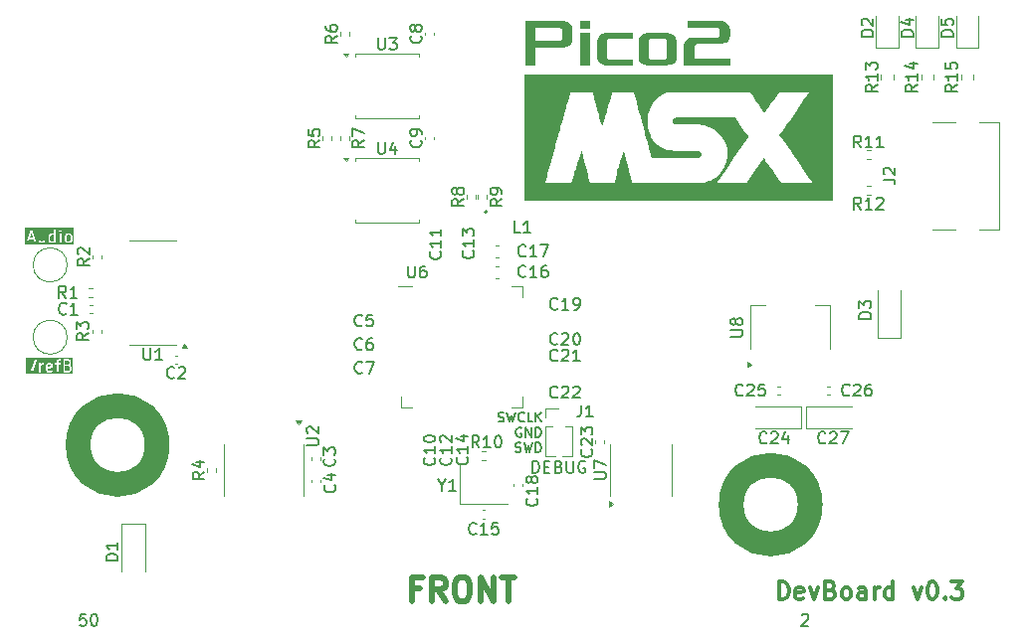
<source format=gbr>
%TF.GenerationSoftware,KiCad,Pcbnew,8.0.5*%
%TF.CreationDate,2024-10-26T01:08:05+02:00*%
%TF.ProjectId,Pico2-MSX,5069636f-322d-44d5-9358-2e6b69636164,0.3*%
%TF.SameCoordinates,Original*%
%TF.FileFunction,Legend,Top*%
%TF.FilePolarity,Positive*%
%FSLAX46Y46*%
G04 Gerber Fmt 4.6, Leading zero omitted, Abs format (unit mm)*
G04 Created by KiCad (PCBNEW 8.0.5) date 2024-10-26 01:08:05*
%MOMM*%
%LPD*%
G01*
G04 APERTURE LIST*
%ADD10C,0.000000*%
%ADD11C,2.125000*%
%ADD12C,0.300000*%
%ADD13C,0.500000*%
%ADD14C,0.150000*%
%ADD15C,0.700000*%
%ADD16C,0.120000*%
%ADD17C,0.191421*%
G04 APERTURE END LIST*
D10*
G36*
X188720247Y-73077603D02*
G01*
X188725017Y-78422578D01*
X188717176Y-78430417D01*
X188709337Y-78438256D01*
X162412500Y-78438256D01*
X162412500Y-76933073D01*
X164216185Y-76933073D01*
X165341638Y-76932999D01*
X166467091Y-76932924D01*
X166522113Y-76730743D01*
X166522115Y-76730734D01*
X166577136Y-76528552D01*
X166621721Y-76378034D01*
X166666306Y-76227516D01*
X166720507Y-76048775D01*
X166774708Y-75870034D01*
X166815218Y-75728923D01*
X166855729Y-75587811D01*
X166913135Y-75399663D01*
X166970540Y-75211515D01*
X167070843Y-74910478D01*
X167171146Y-74609441D01*
X167245226Y-74393984D01*
X167319306Y-74178527D01*
X167337191Y-74243465D01*
X167355077Y-74308404D01*
X167566796Y-75117440D01*
X167778514Y-75926477D01*
X167804448Y-76020551D01*
X167830380Y-76114624D01*
X167907920Y-76443883D01*
X167985459Y-76773143D01*
X168007091Y-76848402D01*
X168028723Y-76923662D01*
X169066924Y-76928523D01*
X170105123Y-76933386D01*
X170115486Y-76900301D01*
X170125849Y-76867216D01*
X170209331Y-76537956D01*
X170292813Y-76208697D01*
X170361305Y-75945290D01*
X170429797Y-75681882D01*
X170465376Y-75559586D01*
X170500956Y-75437290D01*
X170556658Y-75239734D01*
X170612360Y-75042178D01*
X170660294Y-74878215D01*
X170708229Y-74714251D01*
X170797036Y-74445474D01*
X170885843Y-74176696D01*
X170912149Y-74261363D01*
X170938456Y-74346030D01*
X170975662Y-74468326D01*
X171012867Y-74590622D01*
X171107724Y-74938697D01*
X171202580Y-75286771D01*
X171237410Y-75418475D01*
X171272239Y-75550179D01*
X171319099Y-75728919D01*
X171365959Y-75907660D01*
X171498860Y-76410197D01*
X171631761Y-76912735D01*
X171631761Y-76933068D01*
X177724119Y-76933068D01*
X177918793Y-76865476D01*
X178113467Y-76797884D01*
X178254577Y-76730415D01*
X178395688Y-76662946D01*
X178547262Y-76573656D01*
X178698837Y-76484366D01*
X178852228Y-76360520D01*
X179005618Y-76236675D01*
X179122068Y-76101373D01*
X179238518Y-75966072D01*
X179321703Y-75837483D01*
X179404885Y-75708895D01*
X179452642Y-75601315D01*
X179500398Y-75493735D01*
X179553218Y-75343217D01*
X179606039Y-75192698D01*
X179646655Y-75004550D01*
X179687269Y-74816401D01*
X179703020Y-74552995D01*
X179718774Y-74289587D01*
X179702480Y-74082624D01*
X179686189Y-73875661D01*
X179648878Y-73779740D01*
X179611566Y-73683819D01*
X179534373Y-73516731D01*
X179457178Y-73349645D01*
X179171186Y-72920197D01*
X178988354Y-72737365D01*
X178805523Y-72554533D01*
X178587120Y-72409087D01*
X178368717Y-72263641D01*
X178175240Y-72179505D01*
X177981762Y-72095369D01*
X177812429Y-72051854D01*
X177643094Y-72008338D01*
X177530206Y-71996797D01*
X177417317Y-71985256D01*
X176412347Y-71983151D01*
X175407377Y-71981046D01*
X175312206Y-71956359D01*
X175217035Y-71931672D01*
X175143758Y-71853115D01*
X175070482Y-71774559D01*
X175078681Y-71675682D01*
X175086881Y-71576805D01*
X175174630Y-71453572D01*
X175251751Y-71418547D01*
X175328871Y-71383523D01*
X177850056Y-71383334D01*
X180371240Y-71383143D01*
X180738128Y-71903870D01*
X181105016Y-72424596D01*
X181307422Y-72695430D01*
X181509825Y-72966265D01*
X181496336Y-72988221D01*
X181482844Y-73010178D01*
X180868719Y-73932104D01*
X180254593Y-74854030D01*
X179900430Y-75390252D01*
X179546265Y-75926474D01*
X178909047Y-76884086D01*
X178899647Y-76908577D01*
X178890250Y-76933067D01*
X181352457Y-76933067D01*
X181390374Y-76890733D01*
X181428293Y-76848399D01*
X182100293Y-75873447D01*
X182772295Y-74898496D01*
X182782631Y-74871559D01*
X182792968Y-74844622D01*
X182814473Y-74844963D01*
X182835978Y-74845304D01*
X182899744Y-74943744D01*
X182963511Y-75042184D01*
X183277327Y-75484331D01*
X183591144Y-75926480D01*
X183911526Y-76378035D01*
X184231904Y-76829591D01*
X184265178Y-76881331D01*
X184298452Y-76933072D01*
X186913412Y-76933072D01*
X186904065Y-76909554D01*
X186894719Y-76886036D01*
X186577497Y-76414795D01*
X186260274Y-75943556D01*
X185949828Y-75487630D01*
X185639384Y-75031706D01*
X185375977Y-74646738D01*
X185112569Y-74261772D01*
X184710859Y-73673608D01*
X184309147Y-73085444D01*
X184236997Y-72983604D01*
X184164847Y-72881763D01*
X184321258Y-72654345D01*
X184477666Y-72426926D01*
X184616376Y-72225696D01*
X184755086Y-72024465D01*
X185103160Y-71521053D01*
X185451234Y-71017641D01*
X185906223Y-70358209D01*
X186361213Y-69698777D01*
X186513002Y-69478331D01*
X186664787Y-69257884D01*
X186664787Y-69218738D01*
X185382254Y-69223572D01*
X184099723Y-69228407D01*
X183750070Y-69738909D01*
X183400417Y-70249412D01*
X183261015Y-70435057D01*
X183121616Y-70620703D01*
X182981953Y-70794711D01*
X182842290Y-70968720D01*
X182762955Y-70860563D01*
X182683619Y-70752407D01*
X182401015Y-70347888D01*
X182118412Y-69943370D01*
X182004294Y-69774036D01*
X181890179Y-69604703D01*
X181641046Y-69218999D01*
X174815614Y-69218999D01*
X174664885Y-69247592D01*
X174514158Y-69276185D01*
X174412881Y-69311028D01*
X174311606Y-69345872D01*
X174203331Y-69395399D01*
X174095056Y-69444925D01*
X173960254Y-69533734D01*
X173825450Y-69622542D01*
X173705752Y-69734514D01*
X173586053Y-69846486D01*
X173467859Y-70003971D01*
X173349664Y-70161456D01*
X173263532Y-70325228D01*
X173177399Y-70489000D01*
X173128123Y-70620429D01*
X173078847Y-70751859D01*
X173033196Y-70930874D01*
X172987546Y-71109889D01*
X172965947Y-71279222D01*
X172944349Y-71448556D01*
X172943608Y-71674333D01*
X172942867Y-71900111D01*
X172966430Y-72088259D01*
X172989991Y-72276408D01*
X173044005Y-72483371D01*
X173098020Y-72690334D01*
X173164794Y-72850260D01*
X173231567Y-73010185D01*
X173320658Y-73157970D01*
X173409749Y-73305756D01*
X173536254Y-73458495D01*
X173662759Y-73611235D01*
X173799661Y-73721190D01*
X173936563Y-73831145D01*
X174064100Y-73907610D01*
X174191638Y-73984075D01*
X174361233Y-74045484D01*
X174530828Y-74106893D01*
X174657030Y-74128438D01*
X174783231Y-74149984D01*
X174886713Y-74167487D01*
X174990193Y-74184990D01*
X175225379Y-74203328D01*
X175460564Y-74221665D01*
X176387656Y-74221455D01*
X177314749Y-74221244D01*
X177376935Y-74259678D01*
X177439122Y-74298112D01*
X177507498Y-74425079D01*
X177488166Y-74596599D01*
X177445503Y-74656515D01*
X177402842Y-74716431D01*
X177319144Y-74752307D01*
X177235449Y-74788184D01*
X173254408Y-74788184D01*
X173224056Y-74670592D01*
X173193704Y-74553000D01*
X173052123Y-74016777D01*
X172910541Y-73480555D01*
X172865054Y-73311222D01*
X172819566Y-73141889D01*
X172695256Y-72680926D01*
X172570946Y-72219963D01*
X172448409Y-71758999D01*
X172325873Y-71298036D01*
X172221811Y-70902926D01*
X172117750Y-70507815D01*
X172004329Y-70093889D01*
X171890909Y-69679963D01*
X171864026Y-69576481D01*
X171837142Y-69473000D01*
X171819997Y-69425963D01*
X171802852Y-69378926D01*
X171762013Y-69219000D01*
X169940648Y-69219000D01*
X169930337Y-69235683D01*
X169920026Y-69252366D01*
X169874149Y-69419128D01*
X169828272Y-69585889D01*
X169791835Y-69708185D01*
X169755397Y-69830482D01*
X169704397Y-69999815D01*
X169653397Y-70169148D01*
X169568429Y-70460778D01*
X169483460Y-70752408D01*
X169436807Y-70912334D01*
X169390153Y-71072259D01*
X169342927Y-71241593D01*
X169295701Y-71410926D01*
X169221268Y-71664926D01*
X169146836Y-71918926D01*
X169068346Y-72182333D01*
X169041726Y-72097666D01*
X169015108Y-72012999D01*
X168919827Y-71664925D01*
X168824547Y-71316851D01*
X168770718Y-71109888D01*
X168716890Y-70902925D01*
X168668087Y-70724185D01*
X168619286Y-70545444D01*
X168576085Y-70385518D01*
X168532885Y-70225592D01*
X168407859Y-69737403D01*
X168282832Y-69249214D01*
X168267549Y-69233931D01*
X168252266Y-69218647D01*
X167304406Y-69223527D01*
X166356548Y-69228406D01*
X166331138Y-69331888D01*
X166305729Y-69435369D01*
X166270158Y-69557666D01*
X166234586Y-69679962D01*
X166137833Y-70018629D01*
X166041080Y-70357295D01*
X166005830Y-70479592D01*
X165970580Y-70601888D01*
X165911546Y-70818258D01*
X165852512Y-71034629D01*
X165826680Y-71119295D01*
X165800849Y-71203962D01*
X165761698Y-71363888D01*
X165722547Y-71523814D01*
X165705775Y-71570851D01*
X165689003Y-71617888D01*
X165640620Y-71796629D01*
X165592237Y-71975369D01*
X165524570Y-72219962D01*
X165456903Y-72464554D01*
X165412860Y-72624480D01*
X165368818Y-72784406D01*
X165322415Y-72953739D01*
X165276012Y-73123072D01*
X165188010Y-73442925D01*
X165100007Y-73762776D01*
X165033680Y-74007369D01*
X164967352Y-74251962D01*
X164940499Y-74364851D01*
X164913645Y-74477739D01*
X164896663Y-74524776D01*
X164879682Y-74571813D01*
X164811388Y-74825813D01*
X164743094Y-75079813D01*
X164726905Y-75126851D01*
X164710715Y-75173888D01*
X164651664Y-75390258D01*
X164592614Y-75606629D01*
X164507817Y-75907665D01*
X164423019Y-76208702D01*
X164358349Y-76443887D01*
X164293679Y-76679073D01*
X164267447Y-76763738D01*
X164241215Y-76848406D01*
X164228701Y-76890739D01*
X164216185Y-76933073D01*
X162412500Y-76933073D01*
X162412500Y-67777783D01*
X162435079Y-67755205D01*
X162457656Y-67732627D01*
X188715479Y-67732627D01*
X188720247Y-73077603D01*
G37*
D11*
X186760000Y-104351500D02*
G75*
G02*
X180035000Y-104351500I-3362500J0D01*
G01*
X180035000Y-104351500D02*
G75*
G02*
X186760000Y-104351500I3362500J0D01*
G01*
X131200000Y-99271500D02*
G75*
G02*
X124475000Y-99271500I-3362500J0D01*
G01*
X124475000Y-99271500D02*
G75*
G02*
X131200000Y-99271500I3362500J0D01*
G01*
D12*
X184087010Y-112420828D02*
X184087010Y-110920828D01*
X184087010Y-110920828D02*
X184444153Y-110920828D01*
X184444153Y-110920828D02*
X184658439Y-110992257D01*
X184658439Y-110992257D02*
X184801296Y-111135114D01*
X184801296Y-111135114D02*
X184872725Y-111277971D01*
X184872725Y-111277971D02*
X184944153Y-111563685D01*
X184944153Y-111563685D02*
X184944153Y-111777971D01*
X184944153Y-111777971D02*
X184872725Y-112063685D01*
X184872725Y-112063685D02*
X184801296Y-112206542D01*
X184801296Y-112206542D02*
X184658439Y-112349400D01*
X184658439Y-112349400D02*
X184444153Y-112420828D01*
X184444153Y-112420828D02*
X184087010Y-112420828D01*
X186158439Y-112349400D02*
X186015582Y-112420828D01*
X186015582Y-112420828D02*
X185729868Y-112420828D01*
X185729868Y-112420828D02*
X185587010Y-112349400D01*
X185587010Y-112349400D02*
X185515582Y-112206542D01*
X185515582Y-112206542D02*
X185515582Y-111635114D01*
X185515582Y-111635114D02*
X185587010Y-111492257D01*
X185587010Y-111492257D02*
X185729868Y-111420828D01*
X185729868Y-111420828D02*
X186015582Y-111420828D01*
X186015582Y-111420828D02*
X186158439Y-111492257D01*
X186158439Y-111492257D02*
X186229868Y-111635114D01*
X186229868Y-111635114D02*
X186229868Y-111777971D01*
X186229868Y-111777971D02*
X185515582Y-111920828D01*
X186729867Y-111420828D02*
X187087010Y-112420828D01*
X187087010Y-112420828D02*
X187444153Y-111420828D01*
X188515581Y-111635114D02*
X188729867Y-111706542D01*
X188729867Y-111706542D02*
X188801296Y-111777971D01*
X188801296Y-111777971D02*
X188872724Y-111920828D01*
X188872724Y-111920828D02*
X188872724Y-112135114D01*
X188872724Y-112135114D02*
X188801296Y-112277971D01*
X188801296Y-112277971D02*
X188729867Y-112349400D01*
X188729867Y-112349400D02*
X188587010Y-112420828D01*
X188587010Y-112420828D02*
X188015581Y-112420828D01*
X188015581Y-112420828D02*
X188015581Y-110920828D01*
X188015581Y-110920828D02*
X188515581Y-110920828D01*
X188515581Y-110920828D02*
X188658439Y-110992257D01*
X188658439Y-110992257D02*
X188729867Y-111063685D01*
X188729867Y-111063685D02*
X188801296Y-111206542D01*
X188801296Y-111206542D02*
X188801296Y-111349400D01*
X188801296Y-111349400D02*
X188729867Y-111492257D01*
X188729867Y-111492257D02*
X188658439Y-111563685D01*
X188658439Y-111563685D02*
X188515581Y-111635114D01*
X188515581Y-111635114D02*
X188015581Y-111635114D01*
X189729867Y-112420828D02*
X189587010Y-112349400D01*
X189587010Y-112349400D02*
X189515581Y-112277971D01*
X189515581Y-112277971D02*
X189444153Y-112135114D01*
X189444153Y-112135114D02*
X189444153Y-111706542D01*
X189444153Y-111706542D02*
X189515581Y-111563685D01*
X189515581Y-111563685D02*
X189587010Y-111492257D01*
X189587010Y-111492257D02*
X189729867Y-111420828D01*
X189729867Y-111420828D02*
X189944153Y-111420828D01*
X189944153Y-111420828D02*
X190087010Y-111492257D01*
X190087010Y-111492257D02*
X190158439Y-111563685D01*
X190158439Y-111563685D02*
X190229867Y-111706542D01*
X190229867Y-111706542D02*
X190229867Y-112135114D01*
X190229867Y-112135114D02*
X190158439Y-112277971D01*
X190158439Y-112277971D02*
X190087010Y-112349400D01*
X190087010Y-112349400D02*
X189944153Y-112420828D01*
X189944153Y-112420828D02*
X189729867Y-112420828D01*
X191515582Y-112420828D02*
X191515582Y-111635114D01*
X191515582Y-111635114D02*
X191444153Y-111492257D01*
X191444153Y-111492257D02*
X191301296Y-111420828D01*
X191301296Y-111420828D02*
X191015582Y-111420828D01*
X191015582Y-111420828D02*
X190872724Y-111492257D01*
X191515582Y-112349400D02*
X191372724Y-112420828D01*
X191372724Y-112420828D02*
X191015582Y-112420828D01*
X191015582Y-112420828D02*
X190872724Y-112349400D01*
X190872724Y-112349400D02*
X190801296Y-112206542D01*
X190801296Y-112206542D02*
X190801296Y-112063685D01*
X190801296Y-112063685D02*
X190872724Y-111920828D01*
X190872724Y-111920828D02*
X191015582Y-111849400D01*
X191015582Y-111849400D02*
X191372724Y-111849400D01*
X191372724Y-111849400D02*
X191515582Y-111777971D01*
X192229867Y-112420828D02*
X192229867Y-111420828D01*
X192229867Y-111706542D02*
X192301296Y-111563685D01*
X192301296Y-111563685D02*
X192372725Y-111492257D01*
X192372725Y-111492257D02*
X192515582Y-111420828D01*
X192515582Y-111420828D02*
X192658439Y-111420828D01*
X193801296Y-112420828D02*
X193801296Y-110920828D01*
X193801296Y-112349400D02*
X193658438Y-112420828D01*
X193658438Y-112420828D02*
X193372724Y-112420828D01*
X193372724Y-112420828D02*
X193229867Y-112349400D01*
X193229867Y-112349400D02*
X193158438Y-112277971D01*
X193158438Y-112277971D02*
X193087010Y-112135114D01*
X193087010Y-112135114D02*
X193087010Y-111706542D01*
X193087010Y-111706542D02*
X193158438Y-111563685D01*
X193158438Y-111563685D02*
X193229867Y-111492257D01*
X193229867Y-111492257D02*
X193372724Y-111420828D01*
X193372724Y-111420828D02*
X193658438Y-111420828D01*
X193658438Y-111420828D02*
X193801296Y-111492257D01*
X195515581Y-111420828D02*
X195872724Y-112420828D01*
X195872724Y-112420828D02*
X196229867Y-111420828D01*
X197087010Y-110920828D02*
X197229867Y-110920828D01*
X197229867Y-110920828D02*
X197372724Y-110992257D01*
X197372724Y-110992257D02*
X197444153Y-111063685D01*
X197444153Y-111063685D02*
X197515581Y-111206542D01*
X197515581Y-111206542D02*
X197587010Y-111492257D01*
X197587010Y-111492257D02*
X197587010Y-111849400D01*
X197587010Y-111849400D02*
X197515581Y-112135114D01*
X197515581Y-112135114D02*
X197444153Y-112277971D01*
X197444153Y-112277971D02*
X197372724Y-112349400D01*
X197372724Y-112349400D02*
X197229867Y-112420828D01*
X197229867Y-112420828D02*
X197087010Y-112420828D01*
X197087010Y-112420828D02*
X196944153Y-112349400D01*
X196944153Y-112349400D02*
X196872724Y-112277971D01*
X196872724Y-112277971D02*
X196801295Y-112135114D01*
X196801295Y-112135114D02*
X196729867Y-111849400D01*
X196729867Y-111849400D02*
X196729867Y-111492257D01*
X196729867Y-111492257D02*
X196801295Y-111206542D01*
X196801295Y-111206542D02*
X196872724Y-111063685D01*
X196872724Y-111063685D02*
X196944153Y-110992257D01*
X196944153Y-110992257D02*
X197087010Y-110920828D01*
X198229866Y-112277971D02*
X198301295Y-112349400D01*
X198301295Y-112349400D02*
X198229866Y-112420828D01*
X198229866Y-112420828D02*
X198158438Y-112349400D01*
X198158438Y-112349400D02*
X198229866Y-112277971D01*
X198229866Y-112277971D02*
X198229866Y-112420828D01*
X198801295Y-110920828D02*
X199729867Y-110920828D01*
X199729867Y-110920828D02*
X199229867Y-111492257D01*
X199229867Y-111492257D02*
X199444152Y-111492257D01*
X199444152Y-111492257D02*
X199587010Y-111563685D01*
X199587010Y-111563685D02*
X199658438Y-111635114D01*
X199658438Y-111635114D02*
X199729867Y-111777971D01*
X199729867Y-111777971D02*
X199729867Y-112135114D01*
X199729867Y-112135114D02*
X199658438Y-112277971D01*
X199658438Y-112277971D02*
X199587010Y-112349400D01*
X199587010Y-112349400D02*
X199444152Y-112420828D01*
X199444152Y-112420828D02*
X199015581Y-112420828D01*
X199015581Y-112420828D02*
X198872724Y-112349400D01*
X198872724Y-112349400D02*
X198801295Y-112277971D01*
D13*
X153541071Y-111508119D02*
X152874404Y-111508119D01*
X152874404Y-112555738D02*
X152874404Y-110555738D01*
X152874404Y-110555738D02*
X153826785Y-110555738D01*
X155731547Y-112555738D02*
X155064880Y-111603357D01*
X154588690Y-112555738D02*
X154588690Y-110555738D01*
X154588690Y-110555738D02*
X155350595Y-110555738D01*
X155350595Y-110555738D02*
X155541071Y-110650976D01*
X155541071Y-110650976D02*
X155636309Y-110746214D01*
X155636309Y-110746214D02*
X155731547Y-110936690D01*
X155731547Y-110936690D02*
X155731547Y-111222404D01*
X155731547Y-111222404D02*
X155636309Y-111412880D01*
X155636309Y-111412880D02*
X155541071Y-111508119D01*
X155541071Y-111508119D02*
X155350595Y-111603357D01*
X155350595Y-111603357D02*
X154588690Y-111603357D01*
X156969642Y-110555738D02*
X157350595Y-110555738D01*
X157350595Y-110555738D02*
X157541071Y-110650976D01*
X157541071Y-110650976D02*
X157731547Y-110841452D01*
X157731547Y-110841452D02*
X157826785Y-111222404D01*
X157826785Y-111222404D02*
X157826785Y-111889071D01*
X157826785Y-111889071D02*
X157731547Y-112270023D01*
X157731547Y-112270023D02*
X157541071Y-112460500D01*
X157541071Y-112460500D02*
X157350595Y-112555738D01*
X157350595Y-112555738D02*
X156969642Y-112555738D01*
X156969642Y-112555738D02*
X156779166Y-112460500D01*
X156779166Y-112460500D02*
X156588690Y-112270023D01*
X156588690Y-112270023D02*
X156493452Y-111889071D01*
X156493452Y-111889071D02*
X156493452Y-111222404D01*
X156493452Y-111222404D02*
X156588690Y-110841452D01*
X156588690Y-110841452D02*
X156779166Y-110650976D01*
X156779166Y-110650976D02*
X156969642Y-110555738D01*
X158683928Y-112555738D02*
X158683928Y-110555738D01*
X158683928Y-110555738D02*
X159826785Y-112555738D01*
X159826785Y-112555738D02*
X159826785Y-110555738D01*
X160493452Y-110555738D02*
X161636309Y-110555738D01*
X161064880Y-112555738D02*
X161064880Y-110555738D01*
D14*
X160242386Y-97262745D02*
X160356672Y-97300840D01*
X160356672Y-97300840D02*
X160547148Y-97300840D01*
X160547148Y-97300840D02*
X160623339Y-97262745D01*
X160623339Y-97262745D02*
X160661434Y-97224649D01*
X160661434Y-97224649D02*
X160699529Y-97148459D01*
X160699529Y-97148459D02*
X160699529Y-97072268D01*
X160699529Y-97072268D02*
X160661434Y-96996078D01*
X160661434Y-96996078D02*
X160623339Y-96957983D01*
X160623339Y-96957983D02*
X160547148Y-96919887D01*
X160547148Y-96919887D02*
X160394767Y-96881792D01*
X160394767Y-96881792D02*
X160318577Y-96843697D01*
X160318577Y-96843697D02*
X160280482Y-96805602D01*
X160280482Y-96805602D02*
X160242386Y-96729411D01*
X160242386Y-96729411D02*
X160242386Y-96653221D01*
X160242386Y-96653221D02*
X160280482Y-96577030D01*
X160280482Y-96577030D02*
X160318577Y-96538935D01*
X160318577Y-96538935D02*
X160394767Y-96500840D01*
X160394767Y-96500840D02*
X160585244Y-96500840D01*
X160585244Y-96500840D02*
X160699529Y-96538935D01*
X160966196Y-96500840D02*
X161156672Y-97300840D01*
X161156672Y-97300840D02*
X161309053Y-96729411D01*
X161309053Y-96729411D02*
X161461434Y-97300840D01*
X161461434Y-97300840D02*
X161651911Y-96500840D01*
X162413816Y-97224649D02*
X162375720Y-97262745D01*
X162375720Y-97262745D02*
X162261435Y-97300840D01*
X162261435Y-97300840D02*
X162185244Y-97300840D01*
X162185244Y-97300840D02*
X162070958Y-97262745D01*
X162070958Y-97262745D02*
X161994768Y-97186554D01*
X161994768Y-97186554D02*
X161956673Y-97110364D01*
X161956673Y-97110364D02*
X161918577Y-96957983D01*
X161918577Y-96957983D02*
X161918577Y-96843697D01*
X161918577Y-96843697D02*
X161956673Y-96691316D01*
X161956673Y-96691316D02*
X161994768Y-96615125D01*
X161994768Y-96615125D02*
X162070958Y-96538935D01*
X162070958Y-96538935D02*
X162185244Y-96500840D01*
X162185244Y-96500840D02*
X162261435Y-96500840D01*
X162261435Y-96500840D02*
X162375720Y-96538935D01*
X162375720Y-96538935D02*
X162413816Y-96577030D01*
X163137625Y-97300840D02*
X162756673Y-97300840D01*
X162756673Y-97300840D02*
X162756673Y-96500840D01*
X163404292Y-97300840D02*
X163404292Y-96500840D01*
X163861435Y-97300840D02*
X163518577Y-96843697D01*
X163861435Y-96500840D02*
X163404292Y-96957983D01*
X162185244Y-97826890D02*
X162109054Y-97788795D01*
X162109054Y-97788795D02*
X161994768Y-97788795D01*
X161994768Y-97788795D02*
X161880482Y-97826890D01*
X161880482Y-97826890D02*
X161804292Y-97903080D01*
X161804292Y-97903080D02*
X161766197Y-97979271D01*
X161766197Y-97979271D02*
X161728101Y-98131652D01*
X161728101Y-98131652D02*
X161728101Y-98245938D01*
X161728101Y-98245938D02*
X161766197Y-98398319D01*
X161766197Y-98398319D02*
X161804292Y-98474509D01*
X161804292Y-98474509D02*
X161880482Y-98550700D01*
X161880482Y-98550700D02*
X161994768Y-98588795D01*
X161994768Y-98588795D02*
X162070959Y-98588795D01*
X162070959Y-98588795D02*
X162185244Y-98550700D01*
X162185244Y-98550700D02*
X162223340Y-98512604D01*
X162223340Y-98512604D02*
X162223340Y-98245938D01*
X162223340Y-98245938D02*
X162070959Y-98245938D01*
X162566197Y-98588795D02*
X162566197Y-97788795D01*
X162566197Y-97788795D02*
X163023340Y-98588795D01*
X163023340Y-98588795D02*
X163023340Y-97788795D01*
X163404292Y-98588795D02*
X163404292Y-97788795D01*
X163404292Y-97788795D02*
X163594768Y-97788795D01*
X163594768Y-97788795D02*
X163709054Y-97826890D01*
X163709054Y-97826890D02*
X163785244Y-97903080D01*
X163785244Y-97903080D02*
X163823339Y-97979271D01*
X163823339Y-97979271D02*
X163861435Y-98131652D01*
X163861435Y-98131652D02*
X163861435Y-98245938D01*
X163861435Y-98245938D02*
X163823339Y-98398319D01*
X163823339Y-98398319D02*
X163785244Y-98474509D01*
X163785244Y-98474509D02*
X163709054Y-98550700D01*
X163709054Y-98550700D02*
X163594768Y-98588795D01*
X163594768Y-98588795D02*
X163404292Y-98588795D01*
X161690005Y-99838655D02*
X161804291Y-99876750D01*
X161804291Y-99876750D02*
X161994767Y-99876750D01*
X161994767Y-99876750D02*
X162070958Y-99838655D01*
X162070958Y-99838655D02*
X162109053Y-99800559D01*
X162109053Y-99800559D02*
X162147148Y-99724369D01*
X162147148Y-99724369D02*
X162147148Y-99648178D01*
X162147148Y-99648178D02*
X162109053Y-99571988D01*
X162109053Y-99571988D02*
X162070958Y-99533893D01*
X162070958Y-99533893D02*
X161994767Y-99495797D01*
X161994767Y-99495797D02*
X161842386Y-99457702D01*
X161842386Y-99457702D02*
X161766196Y-99419607D01*
X161766196Y-99419607D02*
X161728101Y-99381512D01*
X161728101Y-99381512D02*
X161690005Y-99305321D01*
X161690005Y-99305321D02*
X161690005Y-99229131D01*
X161690005Y-99229131D02*
X161728101Y-99152940D01*
X161728101Y-99152940D02*
X161766196Y-99114845D01*
X161766196Y-99114845D02*
X161842386Y-99076750D01*
X161842386Y-99076750D02*
X162032863Y-99076750D01*
X162032863Y-99076750D02*
X162147148Y-99114845D01*
X162413815Y-99076750D02*
X162604291Y-99876750D01*
X162604291Y-99876750D02*
X162756672Y-99305321D01*
X162756672Y-99305321D02*
X162909053Y-99876750D01*
X162909053Y-99876750D02*
X163099530Y-99076750D01*
X163404292Y-99876750D02*
X163404292Y-99076750D01*
X163404292Y-99076750D02*
X163594768Y-99076750D01*
X163594768Y-99076750D02*
X163709054Y-99114845D01*
X163709054Y-99114845D02*
X163785244Y-99191035D01*
X163785244Y-99191035D02*
X163823339Y-99267226D01*
X163823339Y-99267226D02*
X163861435Y-99419607D01*
X163861435Y-99419607D02*
X163861435Y-99533893D01*
X163861435Y-99533893D02*
X163823339Y-99686274D01*
X163823339Y-99686274D02*
X163785244Y-99762464D01*
X163785244Y-99762464D02*
X163709054Y-99838655D01*
X163709054Y-99838655D02*
X163594768Y-99876750D01*
X163594768Y-99876750D02*
X163404292Y-99876750D01*
D15*
G36*
X165671132Y-63163130D02*
G01*
X165869505Y-63179908D01*
X166086130Y-63232136D01*
X166264885Y-63318801D01*
X166424804Y-63467812D01*
X166519846Y-63665420D01*
X166545420Y-63866826D01*
X166545420Y-64709952D01*
X166544380Y-64752885D01*
X166508751Y-64947554D01*
X166402504Y-65136881D01*
X166232320Y-65277470D01*
X166045731Y-65357063D01*
X165821923Y-65402220D01*
X165618274Y-65413371D01*
X163409342Y-65413371D01*
X163409342Y-66914000D01*
X162506620Y-66914000D01*
X162506620Y-64875060D01*
X163409342Y-64875060D01*
X165450235Y-64875060D01*
X165496134Y-64873110D01*
X165643675Y-64738284D01*
X165643675Y-63838494D01*
X165631860Y-63776731D01*
X165450235Y-63701718D01*
X163409342Y-63701718D01*
X163409342Y-64875060D01*
X162506620Y-64875060D01*
X162506620Y-63162429D01*
X165618274Y-63162429D01*
X165671132Y-63163130D01*
G37*
G36*
X167152119Y-66914000D02*
G01*
X167999153Y-66914000D01*
X167999153Y-64162848D01*
X167152119Y-64162848D01*
X167152119Y-66914000D01*
G37*
G36*
X167152119Y-63785737D02*
G01*
X167999153Y-63785737D01*
X167999153Y-63162429D01*
X167152119Y-63162429D01*
X167152119Y-63785737D01*
G37*
G36*
X168664471Y-66267244D02*
G01*
X168698513Y-66489459D01*
X168797495Y-66664223D01*
X168956705Y-66792310D01*
X169171427Y-66874493D01*
X169389367Y-66908471D01*
X169535929Y-66914000D01*
X171639349Y-66914000D01*
X171639349Y-66432353D01*
X169675636Y-66432353D01*
X169511505Y-66322932D01*
X169511505Y-64754893D01*
X169675636Y-64645472D01*
X171639349Y-64645472D01*
X171639349Y-64162848D01*
X169535929Y-64162848D01*
X169298133Y-64178300D01*
X169093976Y-64224922D01*
X168897234Y-64322583D01*
X168757577Y-64466405D01*
X168679717Y-64657085D01*
X168664471Y-64810580D01*
X168664471Y-66267244D01*
G37*
G36*
X174663091Y-64168401D02*
G01*
X174881031Y-64202507D01*
X175095754Y-64284935D01*
X175254963Y-64413292D01*
X175353946Y-64588276D01*
X175387988Y-64810580D01*
X175387988Y-66267244D01*
X175372742Y-66420698D01*
X175294882Y-66611193D01*
X175155225Y-66754753D01*
X174958483Y-66852152D01*
X174754326Y-66898612D01*
X174516530Y-66914000D01*
X173060842Y-66914000D01*
X172914280Y-66908471D01*
X172696340Y-66874493D01*
X172481618Y-66792310D01*
X172322408Y-66664223D01*
X172223425Y-66489459D01*
X172189384Y-66267244D01*
X172189384Y-64810580D01*
X172194915Y-64754893D01*
X173036418Y-64754893D01*
X173036418Y-66322932D01*
X173200549Y-66432353D01*
X174376823Y-66432353D01*
X174541931Y-66322932D01*
X174541931Y-64754893D01*
X174376823Y-64645472D01*
X173200549Y-64645472D01*
X173036418Y-64754893D01*
X172194915Y-64754893D01*
X172204630Y-64657085D01*
X172282489Y-64466405D01*
X172422147Y-64322583D01*
X172618889Y-64224922D01*
X172823046Y-64178300D01*
X173060842Y-64162848D01*
X174516530Y-64162848D01*
X174663091Y-64168401D01*
G37*
G36*
X176022042Y-66914000D02*
G01*
X179949467Y-66914000D01*
X179949467Y-66375688D01*
X176924764Y-66375688D01*
X176924764Y-65237517D01*
X177072306Y-65102731D01*
X177118204Y-65100741D01*
X179022322Y-65100741D01*
X179225690Y-65089591D01*
X179449352Y-65044454D01*
X179635962Y-64964921D01*
X179806293Y-64824489D01*
X179912714Y-64635447D01*
X179948424Y-64441142D01*
X179949467Y-64398298D01*
X179949467Y-63865849D01*
X179923833Y-63664834D01*
X179828624Y-63467536D01*
X179668544Y-63318700D01*
X179489745Y-63232107D01*
X179273227Y-63179905D01*
X179075094Y-63163130D01*
X179022322Y-63162429D01*
X176302433Y-63162429D01*
X176302433Y-63701718D01*
X178854282Y-63701718D01*
X179034946Y-63776731D01*
X179046746Y-63838494D01*
X179046746Y-64425653D01*
X178899859Y-64560479D01*
X178854282Y-64562429D01*
X176950165Y-64562429D01*
X176746474Y-64573619D01*
X176522520Y-64618882D01*
X176335722Y-64698564D01*
X176165268Y-64839111D01*
X176058802Y-65028086D01*
X176023086Y-65222114D01*
X176022042Y-65264872D01*
X176022042Y-66914000D01*
G37*
D14*
X157562080Y-100312922D02*
X157609700Y-100360541D01*
X157609700Y-100360541D02*
X157657319Y-100503398D01*
X157657319Y-100503398D02*
X157657319Y-100598636D01*
X157657319Y-100598636D02*
X157609700Y-100741493D01*
X157609700Y-100741493D02*
X157514461Y-100836731D01*
X157514461Y-100836731D02*
X157419223Y-100884350D01*
X157419223Y-100884350D02*
X157228747Y-100931969D01*
X157228747Y-100931969D02*
X157085890Y-100931969D01*
X157085890Y-100931969D02*
X156895414Y-100884350D01*
X156895414Y-100884350D02*
X156800176Y-100836731D01*
X156800176Y-100836731D02*
X156704938Y-100741493D01*
X156704938Y-100741493D02*
X156657319Y-100598636D01*
X156657319Y-100598636D02*
X156657319Y-100503398D01*
X156657319Y-100503398D02*
X156704938Y-100360541D01*
X156704938Y-100360541D02*
X156752557Y-100312922D01*
X157657319Y-99360541D02*
X157657319Y-99931969D01*
X157657319Y-99646255D02*
X156657319Y-99646255D01*
X156657319Y-99646255D02*
X156800176Y-99741493D01*
X156800176Y-99741493D02*
X156895414Y-99836731D01*
X156895414Y-99836731D02*
X156943033Y-99931969D01*
X156990652Y-98503398D02*
X157657319Y-98503398D01*
X156609700Y-98741493D02*
X157323985Y-98979588D01*
X157323985Y-98979588D02*
X157323985Y-98360541D01*
G36*
X122423512Y-81402623D02*
G01*
X122423512Y-81881347D01*
X122385569Y-81900319D01*
X122230503Y-81900319D01*
X122161987Y-81866061D01*
X122131580Y-81835653D01*
X122097322Y-81767137D01*
X122097322Y-81516833D01*
X122131580Y-81448317D01*
X122161987Y-81417910D01*
X122230503Y-81383652D01*
X122385569Y-81383652D01*
X122423512Y-81402623D01*
G37*
G36*
X123787418Y-81417910D02*
G01*
X123817825Y-81448317D01*
X123852083Y-81516833D01*
X123852083Y-81767137D01*
X123817824Y-81835653D01*
X123787417Y-81866061D01*
X123718902Y-81900319D01*
X123611455Y-81900319D01*
X123542939Y-81866061D01*
X123512532Y-81835653D01*
X123478274Y-81767137D01*
X123478274Y-81516833D01*
X123512532Y-81448317D01*
X123542939Y-81417910D01*
X123611455Y-81383652D01*
X123718902Y-81383652D01*
X123787418Y-81417910D01*
G37*
G36*
X120632550Y-81614604D02*
G01*
X120364474Y-81614604D01*
X120498512Y-81212489D01*
X120632550Y-81614604D01*
G37*
G36*
X124113194Y-82161430D02*
G01*
X119979657Y-82161430D01*
X119979657Y-81965939D01*
X120090768Y-81965939D01*
X120092843Y-81995129D01*
X120105929Y-82021302D01*
X120128036Y-82040476D01*
X120155799Y-82049730D01*
X120184989Y-82047655D01*
X120211162Y-82034569D01*
X120230336Y-82012462D01*
X120236330Y-81999036D01*
X120314474Y-81764604D01*
X120682550Y-81764604D01*
X120760694Y-81999036D01*
X120766688Y-82012461D01*
X120785862Y-82034568D01*
X120812035Y-82047655D01*
X120841225Y-82049730D01*
X120868987Y-82040476D01*
X120891095Y-82021302D01*
X120904181Y-81995128D01*
X120906256Y-81965938D01*
X120902996Y-81951602D01*
X120688680Y-81308652D01*
X121090179Y-81308652D01*
X121090179Y-81832461D01*
X121091620Y-81847093D01*
X121092651Y-81849582D01*
X121092842Y-81852270D01*
X121098097Y-81866002D01*
X121145716Y-81961241D01*
X121147256Y-81963687D01*
X121147641Y-81964842D01*
X121148887Y-81966279D01*
X121153548Y-81973683D01*
X121160650Y-81979842D01*
X121166814Y-81986950D01*
X121174219Y-81991611D01*
X121175656Y-81992857D01*
X121176809Y-81993241D01*
X121179257Y-81994782D01*
X121274495Y-82042401D01*
X121288226Y-82047656D01*
X121290915Y-82047847D01*
X121293404Y-82048878D01*
X121308036Y-82050319D01*
X121450893Y-82050319D01*
X121465525Y-82048878D01*
X121468014Y-82047846D01*
X121470702Y-82047656D01*
X121484434Y-82042401D01*
X121532680Y-82018277D01*
X121552082Y-82037679D01*
X121579118Y-82048878D01*
X121608382Y-82048878D01*
X121635418Y-82037679D01*
X121656110Y-82016987D01*
X121667309Y-81989951D01*
X121668750Y-81975319D01*
X121668750Y-81499128D01*
X121947322Y-81499128D01*
X121947322Y-81784842D01*
X121948763Y-81799474D01*
X121949794Y-81801963D01*
X121949985Y-81804651D01*
X121955240Y-81818383D01*
X122002859Y-81913621D01*
X122006822Y-81919917D01*
X122007580Y-81921747D01*
X122009269Y-81923805D01*
X122010691Y-81926064D01*
X122012189Y-81927363D01*
X122016907Y-81933112D01*
X122064526Y-81980732D01*
X122070275Y-81985450D01*
X122071576Y-81986950D01*
X122073835Y-81988372D01*
X122075892Y-81990060D01*
X122077719Y-81990817D01*
X122084019Y-81994782D01*
X122179257Y-82042401D01*
X122192988Y-82047656D01*
X122195677Y-82047847D01*
X122198166Y-82048878D01*
X122212798Y-82050319D01*
X122403274Y-82050319D01*
X122417906Y-82048878D01*
X122420395Y-82047846D01*
X122423083Y-82047656D01*
X122436815Y-82042401D01*
X122453315Y-82034150D01*
X122456844Y-82037679D01*
X122483880Y-82048878D01*
X122513144Y-82048878D01*
X122540180Y-82037679D01*
X122560872Y-82016987D01*
X122572071Y-81989951D01*
X122573512Y-81975319D01*
X122573512Y-81308652D01*
X122899703Y-81308652D01*
X122899703Y-81975319D01*
X122901144Y-81989951D01*
X122912343Y-82016987D01*
X122933035Y-82037679D01*
X122960071Y-82048878D01*
X122989335Y-82048878D01*
X123016371Y-82037679D01*
X123037063Y-82016987D01*
X123048262Y-81989951D01*
X123049703Y-81975319D01*
X123049703Y-81499128D01*
X123328274Y-81499128D01*
X123328274Y-81784842D01*
X123329715Y-81799474D01*
X123330746Y-81801963D01*
X123330937Y-81804651D01*
X123336192Y-81818383D01*
X123383811Y-81913621D01*
X123387774Y-81919917D01*
X123388532Y-81921747D01*
X123390221Y-81923805D01*
X123391643Y-81926064D01*
X123393141Y-81927363D01*
X123397859Y-81933112D01*
X123445478Y-81980732D01*
X123451227Y-81985450D01*
X123452528Y-81986950D01*
X123454787Y-81988372D01*
X123456844Y-81990060D01*
X123458671Y-81990817D01*
X123464971Y-81994782D01*
X123560209Y-82042401D01*
X123573940Y-82047656D01*
X123576629Y-82047847D01*
X123579118Y-82048878D01*
X123593750Y-82050319D01*
X123736607Y-82050319D01*
X123751239Y-82048878D01*
X123753728Y-82047846D01*
X123756416Y-82047656D01*
X123770148Y-82042401D01*
X123865386Y-81994782D01*
X123871685Y-81990817D01*
X123873513Y-81990060D01*
X123875569Y-81988372D01*
X123877829Y-81986950D01*
X123879129Y-81985450D01*
X123884879Y-81980732D01*
X123932497Y-81933113D01*
X123937215Y-81927363D01*
X123938714Y-81926064D01*
X123940135Y-81923805D01*
X123941825Y-81921747D01*
X123942582Y-81919917D01*
X123946546Y-81913621D01*
X123994165Y-81818383D01*
X123999420Y-81804652D01*
X123999611Y-81801962D01*
X124000642Y-81799474D01*
X124002083Y-81784842D01*
X124002083Y-81499128D01*
X124000642Y-81484496D01*
X123999611Y-81482007D01*
X123999420Y-81479318D01*
X123994165Y-81465587D01*
X123946546Y-81370349D01*
X123942581Y-81364049D01*
X123941824Y-81362222D01*
X123940135Y-81360165D01*
X123938714Y-81357906D01*
X123937215Y-81356606D01*
X123932497Y-81350857D01*
X123884878Y-81303238D01*
X123879128Y-81298519D01*
X123877829Y-81297021D01*
X123875569Y-81295599D01*
X123873513Y-81293911D01*
X123871685Y-81293153D01*
X123865386Y-81289189D01*
X123770148Y-81241570D01*
X123756416Y-81236315D01*
X123753728Y-81236124D01*
X123751239Y-81235093D01*
X123736607Y-81233652D01*
X123593750Y-81233652D01*
X123579118Y-81235093D01*
X123576629Y-81236123D01*
X123573940Y-81236315D01*
X123560209Y-81241570D01*
X123464971Y-81289189D01*
X123458671Y-81293153D01*
X123456844Y-81293911D01*
X123454787Y-81295599D01*
X123452528Y-81297021D01*
X123451228Y-81298519D01*
X123445479Y-81303238D01*
X123397860Y-81350857D01*
X123393141Y-81356606D01*
X123391643Y-81357906D01*
X123390221Y-81360165D01*
X123388533Y-81362222D01*
X123387775Y-81364049D01*
X123383811Y-81370349D01*
X123336192Y-81465587D01*
X123330937Y-81479319D01*
X123330746Y-81482006D01*
X123329715Y-81484496D01*
X123328274Y-81499128D01*
X123049703Y-81499128D01*
X123049703Y-81308652D01*
X123048262Y-81294020D01*
X123037063Y-81266984D01*
X123016371Y-81246292D01*
X122989335Y-81235093D01*
X122960071Y-81235093D01*
X122933035Y-81246292D01*
X122912343Y-81266984D01*
X122901144Y-81294020D01*
X122899703Y-81308652D01*
X122573512Y-81308652D01*
X122573512Y-81008307D01*
X122853525Y-81008307D01*
X122853525Y-81037569D01*
X122864724Y-81064606D01*
X122874051Y-81075971D01*
X122921670Y-81123590D01*
X122933035Y-81132917D01*
X122960071Y-81144116D01*
X122960072Y-81144116D01*
X122989334Y-81144116D01*
X122989335Y-81144116D01*
X123016371Y-81132917D01*
X123027736Y-81123590D01*
X123075355Y-81075971D01*
X123084682Y-81064606D01*
X123095881Y-81037570D01*
X123095881Y-81008307D01*
X123088278Y-80989951D01*
X123084682Y-80981270D01*
X123075355Y-80969905D01*
X123027736Y-80922286D01*
X123016371Y-80912959D01*
X122989335Y-80901760D01*
X122989334Y-80901760D01*
X122960071Y-80901760D01*
X122933035Y-80912959D01*
X122921670Y-80922286D01*
X122874051Y-80969905D01*
X122864724Y-80981270D01*
X122853525Y-81008307D01*
X122573512Y-81008307D01*
X122573512Y-80975319D01*
X122572071Y-80960687D01*
X122560872Y-80933651D01*
X122540180Y-80912959D01*
X122513144Y-80901760D01*
X122483880Y-80901760D01*
X122456844Y-80912959D01*
X122436152Y-80933651D01*
X122424953Y-80960687D01*
X122423512Y-80975319D01*
X122423512Y-81236479D01*
X122423083Y-81236315D01*
X122420395Y-81236124D01*
X122417906Y-81235093D01*
X122403274Y-81233652D01*
X122212798Y-81233652D01*
X122198166Y-81235093D01*
X122195677Y-81236123D01*
X122192988Y-81236315D01*
X122179257Y-81241570D01*
X122084019Y-81289189D01*
X122077719Y-81293153D01*
X122075892Y-81293911D01*
X122073835Y-81295599D01*
X122071576Y-81297021D01*
X122070276Y-81298519D01*
X122064527Y-81303238D01*
X122016908Y-81350857D01*
X122012189Y-81356606D01*
X122010691Y-81357906D01*
X122009269Y-81360165D01*
X122007581Y-81362222D01*
X122006823Y-81364049D01*
X122002859Y-81370349D01*
X121955240Y-81465587D01*
X121949985Y-81479319D01*
X121949794Y-81482006D01*
X121948763Y-81484496D01*
X121947322Y-81499128D01*
X121668750Y-81499128D01*
X121668750Y-81308652D01*
X121667309Y-81294020D01*
X121656110Y-81266984D01*
X121635418Y-81246292D01*
X121608382Y-81235093D01*
X121579118Y-81235093D01*
X121552082Y-81246292D01*
X121531390Y-81266984D01*
X121520191Y-81294020D01*
X121518750Y-81308652D01*
X121518750Y-81849014D01*
X121501703Y-81866061D01*
X121433188Y-81900319D01*
X121325741Y-81900319D01*
X121268699Y-81871798D01*
X121240179Y-81814756D01*
X121240179Y-81308652D01*
X121238738Y-81294020D01*
X121227539Y-81266984D01*
X121206847Y-81246292D01*
X121179811Y-81235093D01*
X121150547Y-81235093D01*
X121123511Y-81246292D01*
X121102819Y-81266984D01*
X121091620Y-81294020D01*
X121090179Y-81308652D01*
X120688680Y-81308652D01*
X120569663Y-80951602D01*
X120563669Y-80938176D01*
X120560157Y-80934127D01*
X120557762Y-80929336D01*
X120550658Y-80923174D01*
X120544495Y-80916069D01*
X120539701Y-80913672D01*
X120535654Y-80910162D01*
X120526732Y-80907188D01*
X120518322Y-80902983D01*
X120512977Y-80902603D01*
X120507892Y-80900908D01*
X120498512Y-80901574D01*
X120489132Y-80900908D01*
X120484046Y-80902603D01*
X120478702Y-80902983D01*
X120470294Y-80907187D01*
X120461369Y-80910162D01*
X120457318Y-80913675D01*
X120452529Y-80916070D01*
X120446370Y-80923170D01*
X120439262Y-80929336D01*
X120436865Y-80934129D01*
X120433355Y-80938177D01*
X120427361Y-80951602D01*
X120094028Y-81951602D01*
X120090768Y-81965939D01*
X119979657Y-81965939D01*
X119979657Y-80789797D01*
X124113194Y-80789797D01*
X124113194Y-82161430D01*
G37*
X154762080Y-100361857D02*
X154809700Y-100409476D01*
X154809700Y-100409476D02*
X154857319Y-100552333D01*
X154857319Y-100552333D02*
X154857319Y-100647571D01*
X154857319Y-100647571D02*
X154809700Y-100790428D01*
X154809700Y-100790428D02*
X154714461Y-100885666D01*
X154714461Y-100885666D02*
X154619223Y-100933285D01*
X154619223Y-100933285D02*
X154428747Y-100980904D01*
X154428747Y-100980904D02*
X154285890Y-100980904D01*
X154285890Y-100980904D02*
X154095414Y-100933285D01*
X154095414Y-100933285D02*
X154000176Y-100885666D01*
X154000176Y-100885666D02*
X153904938Y-100790428D01*
X153904938Y-100790428D02*
X153857319Y-100647571D01*
X153857319Y-100647571D02*
X153857319Y-100552333D01*
X153857319Y-100552333D02*
X153904938Y-100409476D01*
X153904938Y-100409476D02*
X153952557Y-100361857D01*
X154857319Y-99409476D02*
X154857319Y-99980904D01*
X154857319Y-99695190D02*
X153857319Y-99695190D01*
X153857319Y-99695190D02*
X154000176Y-99790428D01*
X154000176Y-99790428D02*
X154095414Y-99885666D01*
X154095414Y-99885666D02*
X154143033Y-99980904D01*
X153857319Y-98790428D02*
X153857319Y-98695190D01*
X153857319Y-98695190D02*
X153904938Y-98599952D01*
X153904938Y-98599952D02*
X153952557Y-98552333D01*
X153952557Y-98552333D02*
X154047795Y-98504714D01*
X154047795Y-98504714D02*
X154238271Y-98457095D01*
X154238271Y-98457095D02*
X154476366Y-98457095D01*
X154476366Y-98457095D02*
X154666842Y-98504714D01*
X154666842Y-98504714D02*
X154762080Y-98552333D01*
X154762080Y-98552333D02*
X154809700Y-98599952D01*
X154809700Y-98599952D02*
X154857319Y-98695190D01*
X154857319Y-98695190D02*
X154857319Y-98790428D01*
X154857319Y-98790428D02*
X154809700Y-98885666D01*
X154809700Y-98885666D02*
X154762080Y-98933285D01*
X154762080Y-98933285D02*
X154666842Y-98980904D01*
X154666842Y-98980904D02*
X154476366Y-99028523D01*
X154476366Y-99028523D02*
X154238271Y-99028523D01*
X154238271Y-99028523D02*
X154047795Y-98980904D01*
X154047795Y-98980904D02*
X153952557Y-98933285D01*
X153952557Y-98933285D02*
X153904938Y-98885666D01*
X153904938Y-98885666D02*
X153857319Y-98790428D01*
X192977319Y-76647333D02*
X193691604Y-76647333D01*
X193691604Y-76647333D02*
X193834461Y-76694952D01*
X193834461Y-76694952D02*
X193929700Y-76790190D01*
X193929700Y-76790190D02*
X193977319Y-76933047D01*
X193977319Y-76933047D02*
X193977319Y-77028285D01*
X193072557Y-76218761D02*
X193024938Y-76171142D01*
X193024938Y-76171142D02*
X192977319Y-76075904D01*
X192977319Y-76075904D02*
X192977319Y-75837809D01*
X192977319Y-75837809D02*
X193024938Y-75742571D01*
X193024938Y-75742571D02*
X193072557Y-75694952D01*
X193072557Y-75694952D02*
X193167795Y-75647333D01*
X193167795Y-75647333D02*
X193263033Y-75647333D01*
X193263033Y-75647333D02*
X193405890Y-75694952D01*
X193405890Y-75694952D02*
X193977319Y-76266380D01*
X193977319Y-76266380D02*
X193977319Y-75647333D01*
X191077142Y-79188819D02*
X190743809Y-78712628D01*
X190505714Y-79188819D02*
X190505714Y-78188819D01*
X190505714Y-78188819D02*
X190886666Y-78188819D01*
X190886666Y-78188819D02*
X190981904Y-78236438D01*
X190981904Y-78236438D02*
X191029523Y-78284057D01*
X191029523Y-78284057D02*
X191077142Y-78379295D01*
X191077142Y-78379295D02*
X191077142Y-78522152D01*
X191077142Y-78522152D02*
X191029523Y-78617390D01*
X191029523Y-78617390D02*
X190981904Y-78665009D01*
X190981904Y-78665009D02*
X190886666Y-78712628D01*
X190886666Y-78712628D02*
X190505714Y-78712628D01*
X192029523Y-79188819D02*
X191458095Y-79188819D01*
X191743809Y-79188819D02*
X191743809Y-78188819D01*
X191743809Y-78188819D02*
X191648571Y-78331676D01*
X191648571Y-78331676D02*
X191553333Y-78426914D01*
X191553333Y-78426914D02*
X191458095Y-78474533D01*
X192410476Y-78284057D02*
X192458095Y-78236438D01*
X192458095Y-78236438D02*
X192553333Y-78188819D01*
X192553333Y-78188819D02*
X192791428Y-78188819D01*
X192791428Y-78188819D02*
X192886666Y-78236438D01*
X192886666Y-78236438D02*
X192934285Y-78284057D01*
X192934285Y-78284057D02*
X192981904Y-78379295D01*
X192981904Y-78379295D02*
X192981904Y-78474533D01*
X192981904Y-78474533D02*
X192934285Y-78617390D01*
X192934285Y-78617390D02*
X192362857Y-79188819D01*
X192362857Y-79188819D02*
X192981904Y-79188819D01*
X150000595Y-73478819D02*
X150000595Y-74288342D01*
X150000595Y-74288342D02*
X150048214Y-74383580D01*
X150048214Y-74383580D02*
X150095833Y-74431200D01*
X150095833Y-74431200D02*
X150191071Y-74478819D01*
X150191071Y-74478819D02*
X150381547Y-74478819D01*
X150381547Y-74478819D02*
X150476785Y-74431200D01*
X150476785Y-74431200D02*
X150524404Y-74383580D01*
X150524404Y-74383580D02*
X150572023Y-74288342D01*
X150572023Y-74288342D02*
X150572023Y-73478819D01*
X151476785Y-73812152D02*
X151476785Y-74478819D01*
X151238690Y-73431200D02*
X151000595Y-74145485D01*
X151000595Y-74145485D02*
X151619642Y-74145485D01*
X143932319Y-99267154D02*
X144741842Y-99267154D01*
X144741842Y-99267154D02*
X144837080Y-99219535D01*
X144837080Y-99219535D02*
X144884700Y-99171916D01*
X144884700Y-99171916D02*
X144932319Y-99076678D01*
X144932319Y-99076678D02*
X144932319Y-98886202D01*
X144932319Y-98886202D02*
X144884700Y-98790964D01*
X144884700Y-98790964D02*
X144837080Y-98743345D01*
X144837080Y-98743345D02*
X144741842Y-98695726D01*
X144741842Y-98695726D02*
X143932319Y-98695726D01*
X144027557Y-98267154D02*
X143979938Y-98219535D01*
X143979938Y-98219535D02*
X143932319Y-98124297D01*
X143932319Y-98124297D02*
X143932319Y-97886202D01*
X143932319Y-97886202D02*
X143979938Y-97790964D01*
X143979938Y-97790964D02*
X144027557Y-97743345D01*
X144027557Y-97743345D02*
X144122795Y-97695726D01*
X144122795Y-97695726D02*
X144218033Y-97695726D01*
X144218033Y-97695726D02*
X144360890Y-97743345D01*
X144360890Y-97743345D02*
X144932319Y-98314773D01*
X144932319Y-98314773D02*
X144932319Y-97695726D01*
X148631958Y-93078580D02*
X148584339Y-93126200D01*
X148584339Y-93126200D02*
X148441482Y-93173819D01*
X148441482Y-93173819D02*
X148346244Y-93173819D01*
X148346244Y-93173819D02*
X148203387Y-93126200D01*
X148203387Y-93126200D02*
X148108149Y-93030961D01*
X148108149Y-93030961D02*
X148060530Y-92935723D01*
X148060530Y-92935723D02*
X148012911Y-92745247D01*
X148012911Y-92745247D02*
X148012911Y-92602390D01*
X148012911Y-92602390D02*
X148060530Y-92411914D01*
X148060530Y-92411914D02*
X148108149Y-92316676D01*
X148108149Y-92316676D02*
X148203387Y-92221438D01*
X148203387Y-92221438D02*
X148346244Y-92173819D01*
X148346244Y-92173819D02*
X148441482Y-92173819D01*
X148441482Y-92173819D02*
X148584339Y-92221438D01*
X148584339Y-92221438D02*
X148631958Y-92269057D01*
X148965292Y-92173819D02*
X149631958Y-92173819D01*
X149631958Y-92173819D02*
X149203387Y-93173819D01*
X191077142Y-73922569D02*
X190743809Y-73446378D01*
X190505714Y-73922569D02*
X190505714Y-72922569D01*
X190505714Y-72922569D02*
X190886666Y-72922569D01*
X190886666Y-72922569D02*
X190981904Y-72970188D01*
X190981904Y-72970188D02*
X191029523Y-73017807D01*
X191029523Y-73017807D02*
X191077142Y-73113045D01*
X191077142Y-73113045D02*
X191077142Y-73255902D01*
X191077142Y-73255902D02*
X191029523Y-73351140D01*
X191029523Y-73351140D02*
X190981904Y-73398759D01*
X190981904Y-73398759D02*
X190886666Y-73446378D01*
X190886666Y-73446378D02*
X190505714Y-73446378D01*
X192029523Y-73922569D02*
X191458095Y-73922569D01*
X191743809Y-73922569D02*
X191743809Y-72922569D01*
X191743809Y-72922569D02*
X191648571Y-73065426D01*
X191648571Y-73065426D02*
X191553333Y-73160664D01*
X191553333Y-73160664D02*
X191458095Y-73208283D01*
X192981904Y-73922569D02*
X192410476Y-73922569D01*
X192696190Y-73922569D02*
X192696190Y-72922569D01*
X192696190Y-72922569D02*
X192600952Y-73065426D01*
X192600952Y-73065426D02*
X192505714Y-73160664D01*
X192505714Y-73160664D02*
X192410476Y-73208283D01*
X123435833Y-86737319D02*
X123102500Y-86261128D01*
X122864405Y-86737319D02*
X122864405Y-85737319D01*
X122864405Y-85737319D02*
X123245357Y-85737319D01*
X123245357Y-85737319D02*
X123340595Y-85784938D01*
X123340595Y-85784938D02*
X123388214Y-85832557D01*
X123388214Y-85832557D02*
X123435833Y-85927795D01*
X123435833Y-85927795D02*
X123435833Y-86070652D01*
X123435833Y-86070652D02*
X123388214Y-86165890D01*
X123388214Y-86165890D02*
X123340595Y-86213509D01*
X123340595Y-86213509D02*
X123245357Y-86261128D01*
X123245357Y-86261128D02*
X122864405Y-86261128D01*
X124388214Y-86737319D02*
X123816786Y-86737319D01*
X124102500Y-86737319D02*
X124102500Y-85737319D01*
X124102500Y-85737319D02*
X124007262Y-85880176D01*
X124007262Y-85880176D02*
X123912024Y-85975414D01*
X123912024Y-85975414D02*
X123816786Y-86023033D01*
X155426309Y-102697628D02*
X155426309Y-103173819D01*
X155092976Y-102173819D02*
X155426309Y-102697628D01*
X155426309Y-102697628D02*
X155759642Y-102173819D01*
X156616785Y-103173819D02*
X156045357Y-103173819D01*
X156331071Y-103173819D02*
X156331071Y-102173819D01*
X156331071Y-102173819D02*
X156235833Y-102316676D01*
X156235833Y-102316676D02*
X156140595Y-102411914D01*
X156140595Y-102411914D02*
X156045357Y-102459533D01*
X158344642Y-106796080D02*
X158297023Y-106843700D01*
X158297023Y-106843700D02*
X158154166Y-106891319D01*
X158154166Y-106891319D02*
X158058928Y-106891319D01*
X158058928Y-106891319D02*
X157916071Y-106843700D01*
X157916071Y-106843700D02*
X157820833Y-106748461D01*
X157820833Y-106748461D02*
X157773214Y-106653223D01*
X157773214Y-106653223D02*
X157725595Y-106462747D01*
X157725595Y-106462747D02*
X157725595Y-106319890D01*
X157725595Y-106319890D02*
X157773214Y-106129414D01*
X157773214Y-106129414D02*
X157820833Y-106034176D01*
X157820833Y-106034176D02*
X157916071Y-105938938D01*
X157916071Y-105938938D02*
X158058928Y-105891319D01*
X158058928Y-105891319D02*
X158154166Y-105891319D01*
X158154166Y-105891319D02*
X158297023Y-105938938D01*
X158297023Y-105938938D02*
X158344642Y-105986557D01*
X159297023Y-106891319D02*
X158725595Y-106891319D01*
X159011309Y-106891319D02*
X159011309Y-105891319D01*
X159011309Y-105891319D02*
X158916071Y-106034176D01*
X158916071Y-106034176D02*
X158820833Y-106129414D01*
X158820833Y-106129414D02*
X158725595Y-106177033D01*
X160201785Y-105891319D02*
X159725595Y-105891319D01*
X159725595Y-105891319D02*
X159677976Y-106367509D01*
X159677976Y-106367509D02*
X159725595Y-106319890D01*
X159725595Y-106319890D02*
X159820833Y-106272271D01*
X159820833Y-106272271D02*
X160058928Y-106272271D01*
X160058928Y-106272271D02*
X160154166Y-106319890D01*
X160154166Y-106319890D02*
X160201785Y-106367509D01*
X160201785Y-106367509D02*
X160249404Y-106462747D01*
X160249404Y-106462747D02*
X160249404Y-106700842D01*
X160249404Y-106700842D02*
X160201785Y-106796080D01*
X160201785Y-106796080D02*
X160154166Y-106843700D01*
X160154166Y-106843700D02*
X160058928Y-106891319D01*
X160058928Y-106891319D02*
X159820833Y-106891319D01*
X159820833Y-106891319D02*
X159725595Y-106843700D01*
X159725595Y-106843700D02*
X159677976Y-106796080D01*
X160542319Y-78309416D02*
X160066128Y-78642749D01*
X160542319Y-78880844D02*
X159542319Y-78880844D01*
X159542319Y-78880844D02*
X159542319Y-78499892D01*
X159542319Y-78499892D02*
X159589938Y-78404654D01*
X159589938Y-78404654D02*
X159637557Y-78357035D01*
X159637557Y-78357035D02*
X159732795Y-78309416D01*
X159732795Y-78309416D02*
X159875652Y-78309416D01*
X159875652Y-78309416D02*
X159970890Y-78357035D01*
X159970890Y-78357035D02*
X160018509Y-78404654D01*
X160018509Y-78404654D02*
X160066128Y-78499892D01*
X160066128Y-78499892D02*
X160066128Y-78880844D01*
X160542319Y-77833225D02*
X160542319Y-77642749D01*
X160542319Y-77642749D02*
X160494700Y-77547511D01*
X160494700Y-77547511D02*
X160447080Y-77499892D01*
X160447080Y-77499892D02*
X160304223Y-77404654D01*
X160304223Y-77404654D02*
X160113747Y-77357035D01*
X160113747Y-77357035D02*
X159732795Y-77357035D01*
X159732795Y-77357035D02*
X159637557Y-77404654D01*
X159637557Y-77404654D02*
X159589938Y-77452273D01*
X159589938Y-77452273D02*
X159542319Y-77547511D01*
X159542319Y-77547511D02*
X159542319Y-77737987D01*
X159542319Y-77737987D02*
X159589938Y-77833225D01*
X159589938Y-77833225D02*
X159637557Y-77880844D01*
X159637557Y-77880844D02*
X159732795Y-77928463D01*
X159732795Y-77928463D02*
X159970890Y-77928463D01*
X159970890Y-77928463D02*
X160066128Y-77880844D01*
X160066128Y-77880844D02*
X160113747Y-77833225D01*
X160113747Y-77833225D02*
X160161366Y-77737987D01*
X160161366Y-77737987D02*
X160161366Y-77547511D01*
X160161366Y-77547511D02*
X160113747Y-77452273D01*
X160113747Y-77452273D02*
X160066128Y-77404654D01*
X160066128Y-77404654D02*
X159970890Y-77357035D01*
X192117319Y-64457094D02*
X191117319Y-64457094D01*
X191117319Y-64457094D02*
X191117319Y-64218999D01*
X191117319Y-64218999D02*
X191164938Y-64076142D01*
X191164938Y-64076142D02*
X191260176Y-63980904D01*
X191260176Y-63980904D02*
X191355414Y-63933285D01*
X191355414Y-63933285D02*
X191545890Y-63885666D01*
X191545890Y-63885666D02*
X191688747Y-63885666D01*
X191688747Y-63885666D02*
X191879223Y-63933285D01*
X191879223Y-63933285D02*
X191974461Y-63980904D01*
X191974461Y-63980904D02*
X192069700Y-64076142D01*
X192069700Y-64076142D02*
X192117319Y-64218999D01*
X192117319Y-64218999D02*
X192117319Y-64457094D01*
X191212557Y-63504713D02*
X191164938Y-63457094D01*
X191164938Y-63457094D02*
X191117319Y-63361856D01*
X191117319Y-63361856D02*
X191117319Y-63123761D01*
X191117319Y-63123761D02*
X191164938Y-63028523D01*
X191164938Y-63028523D02*
X191212557Y-62980904D01*
X191212557Y-62980904D02*
X191307795Y-62933285D01*
X191307795Y-62933285D02*
X191403033Y-62933285D01*
X191403033Y-62933285D02*
X191545890Y-62980904D01*
X191545890Y-62980904D02*
X192117319Y-63552332D01*
X192117319Y-63552332D02*
X192117319Y-62933285D01*
X148787319Y-73305666D02*
X148311128Y-73638999D01*
X148787319Y-73877094D02*
X147787319Y-73877094D01*
X147787319Y-73877094D02*
X147787319Y-73496142D01*
X147787319Y-73496142D02*
X147834938Y-73400904D01*
X147834938Y-73400904D02*
X147882557Y-73353285D01*
X147882557Y-73353285D02*
X147977795Y-73305666D01*
X147977795Y-73305666D02*
X148120652Y-73305666D01*
X148120652Y-73305666D02*
X148215890Y-73353285D01*
X148215890Y-73353285D02*
X148263509Y-73400904D01*
X148263509Y-73400904D02*
X148311128Y-73496142D01*
X148311128Y-73496142D02*
X148311128Y-73877094D01*
X147787319Y-72972332D02*
X147787319Y-72305666D01*
X147787319Y-72305666D02*
X148787319Y-72734237D01*
X199267319Y-68561857D02*
X198791128Y-68895190D01*
X199267319Y-69133285D02*
X198267319Y-69133285D01*
X198267319Y-69133285D02*
X198267319Y-68752333D01*
X198267319Y-68752333D02*
X198314938Y-68657095D01*
X198314938Y-68657095D02*
X198362557Y-68609476D01*
X198362557Y-68609476D02*
X198457795Y-68561857D01*
X198457795Y-68561857D02*
X198600652Y-68561857D01*
X198600652Y-68561857D02*
X198695890Y-68609476D01*
X198695890Y-68609476D02*
X198743509Y-68657095D01*
X198743509Y-68657095D02*
X198791128Y-68752333D01*
X198791128Y-68752333D02*
X198791128Y-69133285D01*
X199267319Y-67609476D02*
X199267319Y-68180904D01*
X199267319Y-67895190D02*
X198267319Y-67895190D01*
X198267319Y-67895190D02*
X198410176Y-67990428D01*
X198410176Y-67990428D02*
X198505414Y-68085666D01*
X198505414Y-68085666D02*
X198553033Y-68180904D01*
X198267319Y-66704714D02*
X198267319Y-67180904D01*
X198267319Y-67180904D02*
X198743509Y-67228523D01*
X198743509Y-67228523D02*
X198695890Y-67180904D01*
X198695890Y-67180904D02*
X198648271Y-67085666D01*
X198648271Y-67085666D02*
X198648271Y-66847571D01*
X198648271Y-66847571D02*
X198695890Y-66752333D01*
X198695890Y-66752333D02*
X198743509Y-66704714D01*
X198743509Y-66704714D02*
X198838747Y-66657095D01*
X198838747Y-66657095D02*
X199076842Y-66657095D01*
X199076842Y-66657095D02*
X199172080Y-66704714D01*
X199172080Y-66704714D02*
X199219700Y-66752333D01*
X199219700Y-66752333D02*
X199267319Y-66847571D01*
X199267319Y-66847571D02*
X199267319Y-67085666D01*
X199267319Y-67085666D02*
X199219700Y-67180904D01*
X199219700Y-67180904D02*
X199172080Y-67228523D01*
X152540595Y-84023819D02*
X152540595Y-84833342D01*
X152540595Y-84833342D02*
X152588214Y-84928580D01*
X152588214Y-84928580D02*
X152635833Y-84976200D01*
X152635833Y-84976200D02*
X152731071Y-85023819D01*
X152731071Y-85023819D02*
X152921547Y-85023819D01*
X152921547Y-85023819D02*
X153016785Y-84976200D01*
X153016785Y-84976200D02*
X153064404Y-84928580D01*
X153064404Y-84928580D02*
X153112023Y-84833342D01*
X153112023Y-84833342D02*
X153112023Y-84023819D01*
X154016785Y-84023819D02*
X153826309Y-84023819D01*
X153826309Y-84023819D02*
X153731071Y-84071438D01*
X153731071Y-84071438D02*
X153683452Y-84119057D01*
X153683452Y-84119057D02*
X153588214Y-84261914D01*
X153588214Y-84261914D02*
X153540595Y-84452390D01*
X153540595Y-84452390D02*
X153540595Y-84833342D01*
X153540595Y-84833342D02*
X153588214Y-84928580D01*
X153588214Y-84928580D02*
X153635833Y-84976200D01*
X153635833Y-84976200D02*
X153731071Y-85023819D01*
X153731071Y-85023819D02*
X153921547Y-85023819D01*
X153921547Y-85023819D02*
X154016785Y-84976200D01*
X154016785Y-84976200D02*
X154064404Y-84928580D01*
X154064404Y-84928580D02*
X154112023Y-84833342D01*
X154112023Y-84833342D02*
X154112023Y-84595247D01*
X154112023Y-84595247D02*
X154064404Y-84500009D01*
X154064404Y-84500009D02*
X154016785Y-84452390D01*
X154016785Y-84452390D02*
X153921547Y-84404771D01*
X153921547Y-84404771D02*
X153731071Y-84404771D01*
X153731071Y-84404771D02*
X153635833Y-84452390D01*
X153635833Y-84452390D02*
X153588214Y-84500009D01*
X153588214Y-84500009D02*
X153540595Y-84595247D01*
X165259707Y-95168580D02*
X165212088Y-95216200D01*
X165212088Y-95216200D02*
X165069231Y-95263819D01*
X165069231Y-95263819D02*
X164973993Y-95263819D01*
X164973993Y-95263819D02*
X164831136Y-95216200D01*
X164831136Y-95216200D02*
X164735898Y-95120961D01*
X164735898Y-95120961D02*
X164688279Y-95025723D01*
X164688279Y-95025723D02*
X164640660Y-94835247D01*
X164640660Y-94835247D02*
X164640660Y-94692390D01*
X164640660Y-94692390D02*
X164688279Y-94501914D01*
X164688279Y-94501914D02*
X164735898Y-94406676D01*
X164735898Y-94406676D02*
X164831136Y-94311438D01*
X164831136Y-94311438D02*
X164973993Y-94263819D01*
X164973993Y-94263819D02*
X165069231Y-94263819D01*
X165069231Y-94263819D02*
X165212088Y-94311438D01*
X165212088Y-94311438D02*
X165259707Y-94359057D01*
X165640660Y-94359057D02*
X165688279Y-94311438D01*
X165688279Y-94311438D02*
X165783517Y-94263819D01*
X165783517Y-94263819D02*
X166021612Y-94263819D01*
X166021612Y-94263819D02*
X166116850Y-94311438D01*
X166116850Y-94311438D02*
X166164469Y-94359057D01*
X166164469Y-94359057D02*
X166212088Y-94454295D01*
X166212088Y-94454295D02*
X166212088Y-94549533D01*
X166212088Y-94549533D02*
X166164469Y-94692390D01*
X166164469Y-94692390D02*
X165593041Y-95263819D01*
X165593041Y-95263819D02*
X166212088Y-95263819D01*
X166593041Y-94359057D02*
X166640660Y-94311438D01*
X166640660Y-94311438D02*
X166735898Y-94263819D01*
X166735898Y-94263819D02*
X166973993Y-94263819D01*
X166973993Y-94263819D02*
X167069231Y-94311438D01*
X167069231Y-94311438D02*
X167116850Y-94359057D01*
X167116850Y-94359057D02*
X167164469Y-94454295D01*
X167164469Y-94454295D02*
X167164469Y-94549533D01*
X167164469Y-94549533D02*
X167116850Y-94692390D01*
X167116850Y-94692390D02*
X166545422Y-95263819D01*
X166545422Y-95263819D02*
X167164469Y-95263819D01*
X188059642Y-99053580D02*
X188012023Y-99101200D01*
X188012023Y-99101200D02*
X187869166Y-99148819D01*
X187869166Y-99148819D02*
X187773928Y-99148819D01*
X187773928Y-99148819D02*
X187631071Y-99101200D01*
X187631071Y-99101200D02*
X187535833Y-99005961D01*
X187535833Y-99005961D02*
X187488214Y-98910723D01*
X187488214Y-98910723D02*
X187440595Y-98720247D01*
X187440595Y-98720247D02*
X187440595Y-98577390D01*
X187440595Y-98577390D02*
X187488214Y-98386914D01*
X187488214Y-98386914D02*
X187535833Y-98291676D01*
X187535833Y-98291676D02*
X187631071Y-98196438D01*
X187631071Y-98196438D02*
X187773928Y-98148819D01*
X187773928Y-98148819D02*
X187869166Y-98148819D01*
X187869166Y-98148819D02*
X188012023Y-98196438D01*
X188012023Y-98196438D02*
X188059642Y-98244057D01*
X188440595Y-98244057D02*
X188488214Y-98196438D01*
X188488214Y-98196438D02*
X188583452Y-98148819D01*
X188583452Y-98148819D02*
X188821547Y-98148819D01*
X188821547Y-98148819D02*
X188916785Y-98196438D01*
X188916785Y-98196438D02*
X188964404Y-98244057D01*
X188964404Y-98244057D02*
X189012023Y-98339295D01*
X189012023Y-98339295D02*
X189012023Y-98434533D01*
X189012023Y-98434533D02*
X188964404Y-98577390D01*
X188964404Y-98577390D02*
X188392976Y-99148819D01*
X188392976Y-99148819D02*
X189012023Y-99148819D01*
X189345357Y-98148819D02*
X190012023Y-98148819D01*
X190012023Y-98148819D02*
X189583452Y-99148819D01*
X153622080Y-73305666D02*
X153669700Y-73353285D01*
X153669700Y-73353285D02*
X153717319Y-73496142D01*
X153717319Y-73496142D02*
X153717319Y-73591380D01*
X153717319Y-73591380D02*
X153669700Y-73734237D01*
X153669700Y-73734237D02*
X153574461Y-73829475D01*
X153574461Y-73829475D02*
X153479223Y-73877094D01*
X153479223Y-73877094D02*
X153288747Y-73924713D01*
X153288747Y-73924713D02*
X153145890Y-73924713D01*
X153145890Y-73924713D02*
X152955414Y-73877094D01*
X152955414Y-73877094D02*
X152860176Y-73829475D01*
X152860176Y-73829475D02*
X152764938Y-73734237D01*
X152764938Y-73734237D02*
X152717319Y-73591380D01*
X152717319Y-73591380D02*
X152717319Y-73496142D01*
X152717319Y-73496142D02*
X152764938Y-73353285D01*
X152764938Y-73353285D02*
X152812557Y-73305666D01*
X153717319Y-72829475D02*
X153717319Y-72638999D01*
X153717319Y-72638999D02*
X153669700Y-72543761D01*
X153669700Y-72543761D02*
X153622080Y-72496142D01*
X153622080Y-72496142D02*
X153479223Y-72400904D01*
X153479223Y-72400904D02*
X153288747Y-72353285D01*
X153288747Y-72353285D02*
X152907795Y-72353285D01*
X152907795Y-72353285D02*
X152812557Y-72400904D01*
X152812557Y-72400904D02*
X152764938Y-72448523D01*
X152764938Y-72448523D02*
X152717319Y-72543761D01*
X152717319Y-72543761D02*
X152717319Y-72734237D01*
X152717319Y-72734237D02*
X152764938Y-72829475D01*
X152764938Y-72829475D02*
X152812557Y-72877094D01*
X152812557Y-72877094D02*
X152907795Y-72924713D01*
X152907795Y-72924713D02*
X153145890Y-72924713D01*
X153145890Y-72924713D02*
X153241128Y-72877094D01*
X153241128Y-72877094D02*
X153288747Y-72829475D01*
X153288747Y-72829475D02*
X153336366Y-72734237D01*
X153336366Y-72734237D02*
X153336366Y-72543761D01*
X153336366Y-72543761D02*
X153288747Y-72448523D01*
X153288747Y-72448523D02*
X153241128Y-72400904D01*
X153241128Y-72400904D02*
X153145890Y-72353285D01*
X125124404Y-113678319D02*
X124648214Y-113678319D01*
X124648214Y-113678319D02*
X124600595Y-114154509D01*
X124600595Y-114154509D02*
X124648214Y-114106890D01*
X124648214Y-114106890D02*
X124743452Y-114059271D01*
X124743452Y-114059271D02*
X124981547Y-114059271D01*
X124981547Y-114059271D02*
X125076785Y-114106890D01*
X125076785Y-114106890D02*
X125124404Y-114154509D01*
X125124404Y-114154509D02*
X125172023Y-114249747D01*
X125172023Y-114249747D02*
X125172023Y-114487842D01*
X125172023Y-114487842D02*
X125124404Y-114583080D01*
X125124404Y-114583080D02*
X125076785Y-114630700D01*
X125076785Y-114630700D02*
X124981547Y-114678319D01*
X124981547Y-114678319D02*
X124743452Y-114678319D01*
X124743452Y-114678319D02*
X124648214Y-114630700D01*
X124648214Y-114630700D02*
X124600595Y-114583080D01*
X125791071Y-113678319D02*
X125886309Y-113678319D01*
X125886309Y-113678319D02*
X125981547Y-113725938D01*
X125981547Y-113725938D02*
X126029166Y-113773557D01*
X126029166Y-113773557D02*
X126076785Y-113868795D01*
X126076785Y-113868795D02*
X126124404Y-114059271D01*
X126124404Y-114059271D02*
X126124404Y-114297366D01*
X126124404Y-114297366D02*
X126076785Y-114487842D01*
X126076785Y-114487842D02*
X126029166Y-114583080D01*
X126029166Y-114583080D02*
X125981547Y-114630700D01*
X125981547Y-114630700D02*
X125886309Y-114678319D01*
X125886309Y-114678319D02*
X125791071Y-114678319D01*
X125791071Y-114678319D02*
X125695833Y-114630700D01*
X125695833Y-114630700D02*
X125648214Y-114583080D01*
X125648214Y-114583080D02*
X125600595Y-114487842D01*
X125600595Y-114487842D02*
X125552976Y-114297366D01*
X125552976Y-114297366D02*
X125552976Y-114059271D01*
X125552976Y-114059271D02*
X125600595Y-113868795D01*
X125600595Y-113868795D02*
X125648214Y-113773557D01*
X125648214Y-113773557D02*
X125695833Y-113725938D01*
X125695833Y-113725938D02*
X125791071Y-113678319D01*
X186036786Y-113773557D02*
X186084405Y-113725938D01*
X186084405Y-113725938D02*
X186179643Y-113678319D01*
X186179643Y-113678319D02*
X186417738Y-113678319D01*
X186417738Y-113678319D02*
X186512976Y-113725938D01*
X186512976Y-113725938D02*
X186560595Y-113773557D01*
X186560595Y-113773557D02*
X186608214Y-113868795D01*
X186608214Y-113868795D02*
X186608214Y-113964033D01*
X186608214Y-113964033D02*
X186560595Y-114106890D01*
X186560595Y-114106890D02*
X185989167Y-114678319D01*
X185989167Y-114678319D02*
X186608214Y-114678319D01*
X167279166Y-95873819D02*
X167279166Y-96588104D01*
X167279166Y-96588104D02*
X167231547Y-96730961D01*
X167231547Y-96730961D02*
X167136309Y-96826200D01*
X167136309Y-96826200D02*
X166993452Y-96873819D01*
X166993452Y-96873819D02*
X166898214Y-96873819D01*
X168279166Y-96873819D02*
X167707738Y-96873819D01*
X167993452Y-96873819D02*
X167993452Y-95873819D01*
X167993452Y-95873819D02*
X167898214Y-96016676D01*
X167898214Y-96016676D02*
X167802976Y-96111914D01*
X167802976Y-96111914D02*
X167707738Y-96159533D01*
X163129405Y-101641319D02*
X163129405Y-100641319D01*
X163129405Y-100641319D02*
X163367500Y-100641319D01*
X163367500Y-100641319D02*
X163510357Y-100688938D01*
X163510357Y-100688938D02*
X163605595Y-100784176D01*
X163605595Y-100784176D02*
X163653214Y-100879414D01*
X163653214Y-100879414D02*
X163700833Y-101069890D01*
X163700833Y-101069890D02*
X163700833Y-101212747D01*
X163700833Y-101212747D02*
X163653214Y-101403223D01*
X163653214Y-101403223D02*
X163605595Y-101498461D01*
X163605595Y-101498461D02*
X163510357Y-101593700D01*
X163510357Y-101593700D02*
X163367500Y-101641319D01*
X163367500Y-101641319D02*
X163129405Y-101641319D01*
X164129405Y-101117509D02*
X164462738Y-101117509D01*
X164605595Y-101641319D02*
X164129405Y-101641319D01*
X164129405Y-101641319D02*
X164129405Y-100641319D01*
X164129405Y-100641319D02*
X164605595Y-100641319D01*
X165367500Y-101117509D02*
X165510357Y-101165128D01*
X165510357Y-101165128D02*
X165557976Y-101212747D01*
X165557976Y-101212747D02*
X165605595Y-101307985D01*
X165605595Y-101307985D02*
X165605595Y-101450842D01*
X165605595Y-101450842D02*
X165557976Y-101546080D01*
X165557976Y-101546080D02*
X165510357Y-101593700D01*
X165510357Y-101593700D02*
X165415119Y-101641319D01*
X165415119Y-101641319D02*
X165034167Y-101641319D01*
X165034167Y-101641319D02*
X165034167Y-100641319D01*
X165034167Y-100641319D02*
X165367500Y-100641319D01*
X165367500Y-100641319D02*
X165462738Y-100688938D01*
X165462738Y-100688938D02*
X165510357Y-100736557D01*
X165510357Y-100736557D02*
X165557976Y-100831795D01*
X165557976Y-100831795D02*
X165557976Y-100927033D01*
X165557976Y-100927033D02*
X165510357Y-101022271D01*
X165510357Y-101022271D02*
X165462738Y-101069890D01*
X165462738Y-101069890D02*
X165367500Y-101117509D01*
X165367500Y-101117509D02*
X165034167Y-101117509D01*
X166034167Y-100641319D02*
X166034167Y-101450842D01*
X166034167Y-101450842D02*
X166081786Y-101546080D01*
X166081786Y-101546080D02*
X166129405Y-101593700D01*
X166129405Y-101593700D02*
X166224643Y-101641319D01*
X166224643Y-101641319D02*
X166415119Y-101641319D01*
X166415119Y-101641319D02*
X166510357Y-101593700D01*
X166510357Y-101593700D02*
X166557976Y-101546080D01*
X166557976Y-101546080D02*
X166605595Y-101450842D01*
X166605595Y-101450842D02*
X166605595Y-100641319D01*
X167605595Y-100688938D02*
X167510357Y-100641319D01*
X167510357Y-100641319D02*
X167367500Y-100641319D01*
X167367500Y-100641319D02*
X167224643Y-100688938D01*
X167224643Y-100688938D02*
X167129405Y-100784176D01*
X167129405Y-100784176D02*
X167081786Y-100879414D01*
X167081786Y-100879414D02*
X167034167Y-101069890D01*
X167034167Y-101069890D02*
X167034167Y-101212747D01*
X167034167Y-101212747D02*
X167081786Y-101403223D01*
X167081786Y-101403223D02*
X167129405Y-101498461D01*
X167129405Y-101498461D02*
X167224643Y-101593700D01*
X167224643Y-101593700D02*
X167367500Y-101641319D01*
X167367500Y-101641319D02*
X167462738Y-101641319D01*
X167462738Y-101641319D02*
X167605595Y-101593700D01*
X167605595Y-101593700D02*
X167653214Y-101546080D01*
X167653214Y-101546080D02*
X167653214Y-101212747D01*
X167653214Y-101212747D02*
X167462738Y-101212747D01*
X125417319Y-83399166D02*
X124941128Y-83732499D01*
X125417319Y-83970594D02*
X124417319Y-83970594D01*
X124417319Y-83970594D02*
X124417319Y-83589642D01*
X124417319Y-83589642D02*
X124464938Y-83494404D01*
X124464938Y-83494404D02*
X124512557Y-83446785D01*
X124512557Y-83446785D02*
X124607795Y-83399166D01*
X124607795Y-83399166D02*
X124750652Y-83399166D01*
X124750652Y-83399166D02*
X124845890Y-83446785D01*
X124845890Y-83446785D02*
X124893509Y-83494404D01*
X124893509Y-83494404D02*
X124941128Y-83589642D01*
X124941128Y-83589642D02*
X124941128Y-83970594D01*
X124512557Y-83018213D02*
X124464938Y-82970594D01*
X124464938Y-82970594D02*
X124417319Y-82875356D01*
X124417319Y-82875356D02*
X124417319Y-82637261D01*
X124417319Y-82637261D02*
X124464938Y-82542023D01*
X124464938Y-82542023D02*
X124512557Y-82494404D01*
X124512557Y-82494404D02*
X124607795Y-82446785D01*
X124607795Y-82446785D02*
X124703033Y-82446785D01*
X124703033Y-82446785D02*
X124845890Y-82494404D01*
X124845890Y-82494404D02*
X125417319Y-83065832D01*
X125417319Y-83065832D02*
X125417319Y-82446785D01*
X135215319Y-101558166D02*
X134739128Y-101891499D01*
X135215319Y-102129594D02*
X134215319Y-102129594D01*
X134215319Y-102129594D02*
X134215319Y-101748642D01*
X134215319Y-101748642D02*
X134262938Y-101653404D01*
X134262938Y-101653404D02*
X134310557Y-101605785D01*
X134310557Y-101605785D02*
X134405795Y-101558166D01*
X134405795Y-101558166D02*
X134548652Y-101558166D01*
X134548652Y-101558166D02*
X134643890Y-101605785D01*
X134643890Y-101605785D02*
X134691509Y-101653404D01*
X134691509Y-101653404D02*
X134739128Y-101748642D01*
X134739128Y-101748642D02*
X134739128Y-102129594D01*
X134548652Y-100701023D02*
X135215319Y-100701023D01*
X134167700Y-100939118D02*
X134881985Y-101177213D01*
X134881985Y-101177213D02*
X134881985Y-100558166D01*
X125347319Y-89749166D02*
X124871128Y-90082499D01*
X125347319Y-90320594D02*
X124347319Y-90320594D01*
X124347319Y-90320594D02*
X124347319Y-89939642D01*
X124347319Y-89939642D02*
X124394938Y-89844404D01*
X124394938Y-89844404D02*
X124442557Y-89796785D01*
X124442557Y-89796785D02*
X124537795Y-89749166D01*
X124537795Y-89749166D02*
X124680652Y-89749166D01*
X124680652Y-89749166D02*
X124775890Y-89796785D01*
X124775890Y-89796785D02*
X124823509Y-89844404D01*
X124823509Y-89844404D02*
X124871128Y-89939642D01*
X124871128Y-89939642D02*
X124871128Y-90320594D01*
X124347319Y-89415832D02*
X124347319Y-88796785D01*
X124347319Y-88796785D02*
X124728271Y-89130118D01*
X124728271Y-89130118D02*
X124728271Y-88987261D01*
X124728271Y-88987261D02*
X124775890Y-88892023D01*
X124775890Y-88892023D02*
X124823509Y-88844404D01*
X124823509Y-88844404D02*
X124918747Y-88796785D01*
X124918747Y-88796785D02*
X125156842Y-88796785D01*
X125156842Y-88796785D02*
X125252080Y-88844404D01*
X125252080Y-88844404D02*
X125299700Y-88892023D01*
X125299700Y-88892023D02*
X125347319Y-88987261D01*
X125347319Y-88987261D02*
X125347319Y-89272975D01*
X125347319Y-89272975D02*
X125299700Y-89368213D01*
X125299700Y-89368213D02*
X125252080Y-89415832D01*
X145037319Y-73305666D02*
X144561128Y-73638999D01*
X145037319Y-73877094D02*
X144037319Y-73877094D01*
X144037319Y-73877094D02*
X144037319Y-73496142D01*
X144037319Y-73496142D02*
X144084938Y-73400904D01*
X144084938Y-73400904D02*
X144132557Y-73353285D01*
X144132557Y-73353285D02*
X144227795Y-73305666D01*
X144227795Y-73305666D02*
X144370652Y-73305666D01*
X144370652Y-73305666D02*
X144465890Y-73353285D01*
X144465890Y-73353285D02*
X144513509Y-73400904D01*
X144513509Y-73400904D02*
X144561128Y-73496142D01*
X144561128Y-73496142D02*
X144561128Y-73877094D01*
X144037319Y-72400904D02*
X144037319Y-72877094D01*
X144037319Y-72877094D02*
X144513509Y-72924713D01*
X144513509Y-72924713D02*
X144465890Y-72877094D01*
X144465890Y-72877094D02*
X144418271Y-72781856D01*
X144418271Y-72781856D02*
X144418271Y-72543761D01*
X144418271Y-72543761D02*
X144465890Y-72448523D01*
X144465890Y-72448523D02*
X144513509Y-72400904D01*
X144513509Y-72400904D02*
X144608747Y-72353285D01*
X144608747Y-72353285D02*
X144846842Y-72353285D01*
X144846842Y-72353285D02*
X144942080Y-72400904D01*
X144942080Y-72400904D02*
X144989700Y-72448523D01*
X144989700Y-72448523D02*
X145037319Y-72543761D01*
X145037319Y-72543761D02*
X145037319Y-72781856D01*
X145037319Y-72781856D02*
X144989700Y-72877094D01*
X144989700Y-72877094D02*
X144942080Y-72924713D01*
X157292319Y-78309416D02*
X156816128Y-78642749D01*
X157292319Y-78880844D02*
X156292319Y-78880844D01*
X156292319Y-78880844D02*
X156292319Y-78499892D01*
X156292319Y-78499892D02*
X156339938Y-78404654D01*
X156339938Y-78404654D02*
X156387557Y-78357035D01*
X156387557Y-78357035D02*
X156482795Y-78309416D01*
X156482795Y-78309416D02*
X156625652Y-78309416D01*
X156625652Y-78309416D02*
X156720890Y-78357035D01*
X156720890Y-78357035D02*
X156768509Y-78404654D01*
X156768509Y-78404654D02*
X156816128Y-78499892D01*
X156816128Y-78499892D02*
X156816128Y-78880844D01*
X156720890Y-77737987D02*
X156673271Y-77833225D01*
X156673271Y-77833225D02*
X156625652Y-77880844D01*
X156625652Y-77880844D02*
X156530414Y-77928463D01*
X156530414Y-77928463D02*
X156482795Y-77928463D01*
X156482795Y-77928463D02*
X156387557Y-77880844D01*
X156387557Y-77880844D02*
X156339938Y-77833225D01*
X156339938Y-77833225D02*
X156292319Y-77737987D01*
X156292319Y-77737987D02*
X156292319Y-77547511D01*
X156292319Y-77547511D02*
X156339938Y-77452273D01*
X156339938Y-77452273D02*
X156387557Y-77404654D01*
X156387557Y-77404654D02*
X156482795Y-77357035D01*
X156482795Y-77357035D02*
X156530414Y-77357035D01*
X156530414Y-77357035D02*
X156625652Y-77404654D01*
X156625652Y-77404654D02*
X156673271Y-77452273D01*
X156673271Y-77452273D02*
X156720890Y-77547511D01*
X156720890Y-77547511D02*
X156720890Y-77737987D01*
X156720890Y-77737987D02*
X156768509Y-77833225D01*
X156768509Y-77833225D02*
X156816128Y-77880844D01*
X156816128Y-77880844D02*
X156911366Y-77928463D01*
X156911366Y-77928463D02*
X157101842Y-77928463D01*
X157101842Y-77928463D02*
X157197080Y-77880844D01*
X157197080Y-77880844D02*
X157244700Y-77833225D01*
X157244700Y-77833225D02*
X157292319Y-77737987D01*
X157292319Y-77737987D02*
X157292319Y-77547511D01*
X157292319Y-77547511D02*
X157244700Y-77452273D01*
X157244700Y-77452273D02*
X157197080Y-77404654D01*
X157197080Y-77404654D02*
X157101842Y-77357035D01*
X157101842Y-77357035D02*
X156911366Y-77357035D01*
X156911366Y-77357035D02*
X156816128Y-77404654D01*
X156816128Y-77404654D02*
X156768509Y-77452273D01*
X156768509Y-77452273D02*
X156720890Y-77547511D01*
X162544707Y-84884830D02*
X162497088Y-84932450D01*
X162497088Y-84932450D02*
X162354231Y-84980069D01*
X162354231Y-84980069D02*
X162258993Y-84980069D01*
X162258993Y-84980069D02*
X162116136Y-84932450D01*
X162116136Y-84932450D02*
X162020898Y-84837211D01*
X162020898Y-84837211D02*
X161973279Y-84741973D01*
X161973279Y-84741973D02*
X161925660Y-84551497D01*
X161925660Y-84551497D02*
X161925660Y-84408640D01*
X161925660Y-84408640D02*
X161973279Y-84218164D01*
X161973279Y-84218164D02*
X162020898Y-84122926D01*
X162020898Y-84122926D02*
X162116136Y-84027688D01*
X162116136Y-84027688D02*
X162258993Y-83980069D01*
X162258993Y-83980069D02*
X162354231Y-83980069D01*
X162354231Y-83980069D02*
X162497088Y-84027688D01*
X162497088Y-84027688D02*
X162544707Y-84075307D01*
X163497088Y-84980069D02*
X162925660Y-84980069D01*
X163211374Y-84980069D02*
X163211374Y-83980069D01*
X163211374Y-83980069D02*
X163116136Y-84122926D01*
X163116136Y-84122926D02*
X163020898Y-84218164D01*
X163020898Y-84218164D02*
X162925660Y-84265783D01*
X164354231Y-83980069D02*
X164163755Y-83980069D01*
X164163755Y-83980069D02*
X164068517Y-84027688D01*
X164068517Y-84027688D02*
X164020898Y-84075307D01*
X164020898Y-84075307D02*
X163925660Y-84218164D01*
X163925660Y-84218164D02*
X163878041Y-84408640D01*
X163878041Y-84408640D02*
X163878041Y-84789592D01*
X163878041Y-84789592D02*
X163925660Y-84884830D01*
X163925660Y-84884830D02*
X163973279Y-84932450D01*
X163973279Y-84932450D02*
X164068517Y-84980069D01*
X164068517Y-84980069D02*
X164258993Y-84980069D01*
X164258993Y-84980069D02*
X164354231Y-84932450D01*
X164354231Y-84932450D02*
X164401850Y-84884830D01*
X164401850Y-84884830D02*
X164449469Y-84789592D01*
X164449469Y-84789592D02*
X164449469Y-84551497D01*
X164449469Y-84551497D02*
X164401850Y-84456259D01*
X164401850Y-84456259D02*
X164354231Y-84408640D01*
X164354231Y-84408640D02*
X164258993Y-84361021D01*
X164258993Y-84361021D02*
X164068517Y-84361021D01*
X164068517Y-84361021D02*
X163973279Y-84408640D01*
X163973279Y-84408640D02*
X163925660Y-84456259D01*
X163925660Y-84456259D02*
X163878041Y-84551497D01*
X148631958Y-89078580D02*
X148584339Y-89126200D01*
X148584339Y-89126200D02*
X148441482Y-89173819D01*
X148441482Y-89173819D02*
X148346244Y-89173819D01*
X148346244Y-89173819D02*
X148203387Y-89126200D01*
X148203387Y-89126200D02*
X148108149Y-89030961D01*
X148108149Y-89030961D02*
X148060530Y-88935723D01*
X148060530Y-88935723D02*
X148012911Y-88745247D01*
X148012911Y-88745247D02*
X148012911Y-88602390D01*
X148012911Y-88602390D02*
X148060530Y-88411914D01*
X148060530Y-88411914D02*
X148108149Y-88316676D01*
X148108149Y-88316676D02*
X148203387Y-88221438D01*
X148203387Y-88221438D02*
X148346244Y-88173819D01*
X148346244Y-88173819D02*
X148441482Y-88173819D01*
X148441482Y-88173819D02*
X148584339Y-88221438D01*
X148584339Y-88221438D02*
X148631958Y-88269057D01*
X149536720Y-88173819D02*
X149060530Y-88173819D01*
X149060530Y-88173819D02*
X149012911Y-88650009D01*
X149012911Y-88650009D02*
X149060530Y-88602390D01*
X149060530Y-88602390D02*
X149155768Y-88554771D01*
X149155768Y-88554771D02*
X149393863Y-88554771D01*
X149393863Y-88554771D02*
X149489101Y-88602390D01*
X149489101Y-88602390D02*
X149536720Y-88650009D01*
X149536720Y-88650009D02*
X149584339Y-88745247D01*
X149584339Y-88745247D02*
X149584339Y-88983342D01*
X149584339Y-88983342D02*
X149536720Y-89078580D01*
X149536720Y-89078580D02*
X149489101Y-89126200D01*
X149489101Y-89126200D02*
X149393863Y-89173819D01*
X149393863Y-89173819D02*
X149155768Y-89173819D01*
X149155768Y-89173819D02*
X149060530Y-89126200D01*
X149060530Y-89126200D02*
X149012911Y-89078580D01*
X181022142Y-94991080D02*
X180974523Y-95038700D01*
X180974523Y-95038700D02*
X180831666Y-95086319D01*
X180831666Y-95086319D02*
X180736428Y-95086319D01*
X180736428Y-95086319D02*
X180593571Y-95038700D01*
X180593571Y-95038700D02*
X180498333Y-94943461D01*
X180498333Y-94943461D02*
X180450714Y-94848223D01*
X180450714Y-94848223D02*
X180403095Y-94657747D01*
X180403095Y-94657747D02*
X180403095Y-94514890D01*
X180403095Y-94514890D02*
X180450714Y-94324414D01*
X180450714Y-94324414D02*
X180498333Y-94229176D01*
X180498333Y-94229176D02*
X180593571Y-94133938D01*
X180593571Y-94133938D02*
X180736428Y-94086319D01*
X180736428Y-94086319D02*
X180831666Y-94086319D01*
X180831666Y-94086319D02*
X180974523Y-94133938D01*
X180974523Y-94133938D02*
X181022142Y-94181557D01*
X181403095Y-94181557D02*
X181450714Y-94133938D01*
X181450714Y-94133938D02*
X181545952Y-94086319D01*
X181545952Y-94086319D02*
X181784047Y-94086319D01*
X181784047Y-94086319D02*
X181879285Y-94133938D01*
X181879285Y-94133938D02*
X181926904Y-94181557D01*
X181926904Y-94181557D02*
X181974523Y-94276795D01*
X181974523Y-94276795D02*
X181974523Y-94372033D01*
X181974523Y-94372033D02*
X181926904Y-94514890D01*
X181926904Y-94514890D02*
X181355476Y-95086319D01*
X181355476Y-95086319D02*
X181974523Y-95086319D01*
X182879285Y-94086319D02*
X182403095Y-94086319D01*
X182403095Y-94086319D02*
X182355476Y-94562509D01*
X182355476Y-94562509D02*
X182403095Y-94514890D01*
X182403095Y-94514890D02*
X182498333Y-94467271D01*
X182498333Y-94467271D02*
X182736428Y-94467271D01*
X182736428Y-94467271D02*
X182831666Y-94514890D01*
X182831666Y-94514890D02*
X182879285Y-94562509D01*
X182879285Y-94562509D02*
X182926904Y-94657747D01*
X182926904Y-94657747D02*
X182926904Y-94895842D01*
X182926904Y-94895842D02*
X182879285Y-94991080D01*
X182879285Y-94991080D02*
X182831666Y-95038700D01*
X182831666Y-95038700D02*
X182736428Y-95086319D01*
X182736428Y-95086319D02*
X182498333Y-95086319D01*
X182498333Y-95086319D02*
X182403095Y-95038700D01*
X182403095Y-95038700D02*
X182355476Y-94991080D01*
X191938569Y-88505594D02*
X190938569Y-88505594D01*
X190938569Y-88505594D02*
X190938569Y-88267499D01*
X190938569Y-88267499D02*
X190986188Y-88124642D01*
X190986188Y-88124642D02*
X191081426Y-88029404D01*
X191081426Y-88029404D02*
X191176664Y-87981785D01*
X191176664Y-87981785D02*
X191367140Y-87934166D01*
X191367140Y-87934166D02*
X191509997Y-87934166D01*
X191509997Y-87934166D02*
X191700473Y-87981785D01*
X191700473Y-87981785D02*
X191795711Y-88029404D01*
X191795711Y-88029404D02*
X191890950Y-88124642D01*
X191890950Y-88124642D02*
X191938569Y-88267499D01*
X191938569Y-88267499D02*
X191938569Y-88505594D01*
X190938569Y-87600832D02*
X190938569Y-86981785D01*
X190938569Y-86981785D02*
X191319521Y-87315118D01*
X191319521Y-87315118D02*
X191319521Y-87172261D01*
X191319521Y-87172261D02*
X191367140Y-87077023D01*
X191367140Y-87077023D02*
X191414759Y-87029404D01*
X191414759Y-87029404D02*
X191509997Y-86981785D01*
X191509997Y-86981785D02*
X191748092Y-86981785D01*
X191748092Y-86981785D02*
X191843330Y-87029404D01*
X191843330Y-87029404D02*
X191890950Y-87077023D01*
X191890950Y-87077023D02*
X191938569Y-87172261D01*
X191938569Y-87172261D02*
X191938569Y-87457975D01*
X191938569Y-87457975D02*
X191890950Y-87553213D01*
X191890950Y-87553213D02*
X191843330Y-87600832D01*
X162544707Y-83128580D02*
X162497088Y-83176200D01*
X162497088Y-83176200D02*
X162354231Y-83223819D01*
X162354231Y-83223819D02*
X162258993Y-83223819D01*
X162258993Y-83223819D02*
X162116136Y-83176200D01*
X162116136Y-83176200D02*
X162020898Y-83080961D01*
X162020898Y-83080961D02*
X161973279Y-82985723D01*
X161973279Y-82985723D02*
X161925660Y-82795247D01*
X161925660Y-82795247D02*
X161925660Y-82652390D01*
X161925660Y-82652390D02*
X161973279Y-82461914D01*
X161973279Y-82461914D02*
X162020898Y-82366676D01*
X162020898Y-82366676D02*
X162116136Y-82271438D01*
X162116136Y-82271438D02*
X162258993Y-82223819D01*
X162258993Y-82223819D02*
X162354231Y-82223819D01*
X162354231Y-82223819D02*
X162497088Y-82271438D01*
X162497088Y-82271438D02*
X162544707Y-82319057D01*
X163497088Y-83223819D02*
X162925660Y-83223819D01*
X163211374Y-83223819D02*
X163211374Y-82223819D01*
X163211374Y-82223819D02*
X163116136Y-82366676D01*
X163116136Y-82366676D02*
X163020898Y-82461914D01*
X163020898Y-82461914D02*
X162925660Y-82509533D01*
X163830422Y-82223819D02*
X164497088Y-82223819D01*
X164497088Y-82223819D02*
X164068517Y-83223819D01*
X130063095Y-91017319D02*
X130063095Y-91826842D01*
X130063095Y-91826842D02*
X130110714Y-91922080D01*
X130110714Y-91922080D02*
X130158333Y-91969700D01*
X130158333Y-91969700D02*
X130253571Y-92017319D01*
X130253571Y-92017319D02*
X130444047Y-92017319D01*
X130444047Y-92017319D02*
X130539285Y-91969700D01*
X130539285Y-91969700D02*
X130586904Y-91922080D01*
X130586904Y-91922080D02*
X130634523Y-91826842D01*
X130634523Y-91826842D02*
X130634523Y-91017319D01*
X131634523Y-92017319D02*
X131063095Y-92017319D01*
X131348809Y-92017319D02*
X131348809Y-91017319D01*
X131348809Y-91017319D02*
X131253571Y-91160176D01*
X131253571Y-91160176D02*
X131158333Y-91255414D01*
X131158333Y-91255414D02*
X131063095Y-91303033D01*
X158592142Y-99473819D02*
X158258809Y-98997628D01*
X158020714Y-99473819D02*
X158020714Y-98473819D01*
X158020714Y-98473819D02*
X158401666Y-98473819D01*
X158401666Y-98473819D02*
X158496904Y-98521438D01*
X158496904Y-98521438D02*
X158544523Y-98569057D01*
X158544523Y-98569057D02*
X158592142Y-98664295D01*
X158592142Y-98664295D02*
X158592142Y-98807152D01*
X158592142Y-98807152D02*
X158544523Y-98902390D01*
X158544523Y-98902390D02*
X158496904Y-98950009D01*
X158496904Y-98950009D02*
X158401666Y-98997628D01*
X158401666Y-98997628D02*
X158020714Y-98997628D01*
X159544523Y-99473819D02*
X158973095Y-99473819D01*
X159258809Y-99473819D02*
X159258809Y-98473819D01*
X159258809Y-98473819D02*
X159163571Y-98616676D01*
X159163571Y-98616676D02*
X159068333Y-98711914D01*
X159068333Y-98711914D02*
X158973095Y-98759533D01*
X160163571Y-98473819D02*
X160258809Y-98473819D01*
X160258809Y-98473819D02*
X160354047Y-98521438D01*
X160354047Y-98521438D02*
X160401666Y-98569057D01*
X160401666Y-98569057D02*
X160449285Y-98664295D01*
X160449285Y-98664295D02*
X160496904Y-98854771D01*
X160496904Y-98854771D02*
X160496904Y-99092866D01*
X160496904Y-99092866D02*
X160449285Y-99283342D01*
X160449285Y-99283342D02*
X160401666Y-99378580D01*
X160401666Y-99378580D02*
X160354047Y-99426200D01*
X160354047Y-99426200D02*
X160258809Y-99473819D01*
X160258809Y-99473819D02*
X160163571Y-99473819D01*
X160163571Y-99473819D02*
X160068333Y-99426200D01*
X160068333Y-99426200D02*
X160020714Y-99378580D01*
X160020714Y-99378580D02*
X159973095Y-99283342D01*
X159973095Y-99283342D02*
X159925476Y-99092866D01*
X159925476Y-99092866D02*
X159925476Y-98854771D01*
X159925476Y-98854771D02*
X159973095Y-98664295D01*
X159973095Y-98664295D02*
X160020714Y-98569057D01*
X160020714Y-98569057D02*
X160068333Y-98521438D01*
X160068333Y-98521438D02*
X160163571Y-98473819D01*
X146296080Y-102678166D02*
X146343700Y-102725785D01*
X146343700Y-102725785D02*
X146391319Y-102868642D01*
X146391319Y-102868642D02*
X146391319Y-102963880D01*
X146391319Y-102963880D02*
X146343700Y-103106737D01*
X146343700Y-103106737D02*
X146248461Y-103201975D01*
X146248461Y-103201975D02*
X146153223Y-103249594D01*
X146153223Y-103249594D02*
X145962747Y-103297213D01*
X145962747Y-103297213D02*
X145819890Y-103297213D01*
X145819890Y-103297213D02*
X145629414Y-103249594D01*
X145629414Y-103249594D02*
X145534176Y-103201975D01*
X145534176Y-103201975D02*
X145438938Y-103106737D01*
X145438938Y-103106737D02*
X145391319Y-102963880D01*
X145391319Y-102963880D02*
X145391319Y-102868642D01*
X145391319Y-102868642D02*
X145438938Y-102725785D01*
X145438938Y-102725785D02*
X145486557Y-102678166D01*
X145724652Y-101821023D02*
X146391319Y-101821023D01*
X145343700Y-102059118D02*
X146057985Y-102297213D01*
X146057985Y-102297213D02*
X146057985Y-101678166D01*
G36*
X122180705Y-92444172D02*
G01*
X122209226Y-92501214D01*
X122209226Y-92517262D01*
X121883036Y-92582499D01*
X121883036Y-92501214D01*
X121911556Y-92444172D01*
X121968598Y-92415652D01*
X122123664Y-92415652D01*
X122180705Y-92444172D01*
G37*
G36*
X123719903Y-92596680D02*
G01*
X123746397Y-92623174D01*
X123780655Y-92691690D01*
X123780655Y-92799137D01*
X123746396Y-92867653D01*
X123715989Y-92898061D01*
X123647474Y-92932319D01*
X123359227Y-92932319D01*
X123359227Y-92558509D01*
X123605390Y-92558509D01*
X123719903Y-92596680D01*
G37*
G36*
X123668371Y-92116577D02*
G01*
X123698778Y-92146984D01*
X123733036Y-92215500D01*
X123733036Y-92275328D01*
X123698778Y-92343844D01*
X123668371Y-92374251D01*
X123599855Y-92408509D01*
X123359227Y-92408509D01*
X123359227Y-92082319D01*
X123599855Y-92082319D01*
X123668371Y-92116577D01*
G37*
G36*
X124041766Y-93193430D02*
G01*
X120051085Y-93193430D01*
X120051085Y-92016699D01*
X120162196Y-92016699D01*
X120165456Y-92031036D01*
X120498789Y-93031036D01*
X120504783Y-93044461D01*
X120508293Y-93048508D01*
X120510690Y-93053302D01*
X120517798Y-93059467D01*
X120523957Y-93066568D01*
X120528746Y-93068962D01*
X120532797Y-93072476D01*
X120541722Y-93075450D01*
X120550130Y-93079655D01*
X120555474Y-93080034D01*
X120560560Y-93081730D01*
X120569940Y-93081063D01*
X120579320Y-93081730D01*
X120584405Y-93080034D01*
X120589750Y-93079655D01*
X120598160Y-93075449D01*
X120607082Y-93072476D01*
X120611129Y-93068965D01*
X120615923Y-93066569D01*
X120622086Y-93059463D01*
X120629190Y-93053302D01*
X120631585Y-93048510D01*
X120635097Y-93044462D01*
X120641091Y-93031036D01*
X120871219Y-92340652D01*
X121161607Y-92340652D01*
X121161607Y-93007319D01*
X121163048Y-93021951D01*
X121174247Y-93048987D01*
X121194939Y-93069679D01*
X121221975Y-93080878D01*
X121251239Y-93080878D01*
X121278275Y-93069679D01*
X121298967Y-93048987D01*
X121310166Y-93021951D01*
X121311607Y-93007319D01*
X121311607Y-92548833D01*
X121344269Y-92483509D01*
X121733036Y-92483509D01*
X121733036Y-92864461D01*
X121734477Y-92879093D01*
X121735508Y-92881582D01*
X121735699Y-92884270D01*
X121740954Y-92898002D01*
X121788573Y-92993241D01*
X121790113Y-92995687D01*
X121790498Y-92996842D01*
X121791744Y-92998279D01*
X121796405Y-93005683D01*
X121803507Y-93011842D01*
X121809671Y-93018950D01*
X121817076Y-93023611D01*
X121818513Y-93024857D01*
X121819666Y-93025241D01*
X121822114Y-93026782D01*
X121917352Y-93074401D01*
X121931083Y-93079656D01*
X121933772Y-93079847D01*
X121936261Y-93080878D01*
X121950893Y-93082319D01*
X122141369Y-93082319D01*
X122156001Y-93080878D01*
X122158490Y-93079846D01*
X122161178Y-93079656D01*
X122174910Y-93074401D01*
X122270148Y-93026782D01*
X122282591Y-93018950D01*
X122301764Y-92996842D01*
X122311018Y-92969081D01*
X122308944Y-92939891D01*
X122295856Y-92913716D01*
X122273749Y-92894543D01*
X122245987Y-92885289D01*
X122216797Y-92887363D01*
X122203066Y-92892618D01*
X122123664Y-92932319D01*
X121968598Y-92932319D01*
X121911556Y-92903798D01*
X121883036Y-92846756D01*
X121883036Y-92735470D01*
X122298934Y-92652291D01*
X122313000Y-92648008D01*
X122319105Y-92643919D01*
X122325894Y-92641107D01*
X122331146Y-92635854D01*
X122337314Y-92631724D01*
X122341388Y-92625613D01*
X122346586Y-92620415D01*
X122349429Y-92613551D01*
X122353546Y-92607376D01*
X122354971Y-92600170D01*
X122357785Y-92593379D01*
X122359226Y-92578747D01*
X122359226Y-92483509D01*
X122357785Y-92468877D01*
X122356754Y-92466388D01*
X122356563Y-92463699D01*
X122351308Y-92449968D01*
X122303689Y-92354730D01*
X122302148Y-92352282D01*
X122301764Y-92351129D01*
X122300518Y-92349692D01*
X122295857Y-92342287D01*
X122288752Y-92336125D01*
X122282591Y-92329021D01*
X122277824Y-92326020D01*
X122496382Y-92326020D01*
X122496382Y-92355284D01*
X122507581Y-92382320D01*
X122528273Y-92403012D01*
X122555309Y-92414211D01*
X122569941Y-92415652D01*
X122637798Y-92415652D01*
X122637798Y-93007319D01*
X122639239Y-93021951D01*
X122650438Y-93048987D01*
X122671130Y-93069679D01*
X122698166Y-93080878D01*
X122727430Y-93080878D01*
X122754466Y-93069679D01*
X122775158Y-93048987D01*
X122786357Y-93021951D01*
X122787798Y-93007319D01*
X122787798Y-92415652D01*
X122950893Y-92415652D01*
X122965525Y-92414211D01*
X122992561Y-92403012D01*
X123013253Y-92382320D01*
X123024452Y-92355284D01*
X123024452Y-92326020D01*
X123013253Y-92298984D01*
X122992561Y-92278292D01*
X122965525Y-92267093D01*
X122950893Y-92265652D01*
X122787798Y-92265652D01*
X122787798Y-92167881D01*
X122816318Y-92110839D01*
X122873360Y-92082319D01*
X122950893Y-92082319D01*
X122965525Y-92080878D01*
X122992561Y-92069679D01*
X123013253Y-92048987D01*
X123024452Y-92021951D01*
X123024452Y-92007319D01*
X123209227Y-92007319D01*
X123209227Y-93007319D01*
X123210668Y-93021951D01*
X123221867Y-93048987D01*
X123242559Y-93069679D01*
X123269595Y-93080878D01*
X123284227Y-93082319D01*
X123665179Y-93082319D01*
X123679811Y-93080878D01*
X123682300Y-93079846D01*
X123684988Y-93079656D01*
X123698720Y-93074401D01*
X123793958Y-93026782D01*
X123800257Y-93022817D01*
X123802085Y-93022060D01*
X123804141Y-93020372D01*
X123806401Y-93018950D01*
X123807701Y-93017450D01*
X123813451Y-93012732D01*
X123861069Y-92965113D01*
X123865787Y-92959363D01*
X123867286Y-92958064D01*
X123868707Y-92955805D01*
X123870397Y-92953747D01*
X123871154Y-92951917D01*
X123875118Y-92945621D01*
X123922737Y-92850383D01*
X123927992Y-92836652D01*
X123928183Y-92833962D01*
X123929214Y-92831474D01*
X123930655Y-92816842D01*
X123930655Y-92673985D01*
X123929214Y-92659353D01*
X123928183Y-92656864D01*
X123927992Y-92654175D01*
X123922737Y-92640444D01*
X123875118Y-92545206D01*
X123871153Y-92538906D01*
X123870396Y-92537079D01*
X123868707Y-92535022D01*
X123867286Y-92532763D01*
X123865787Y-92531463D01*
X123861069Y-92525714D01*
X123813450Y-92478095D01*
X123802085Y-92468768D01*
X123799594Y-92467736D01*
X123797559Y-92465971D01*
X123791491Y-92463262D01*
X123813450Y-92441304D01*
X123818168Y-92435554D01*
X123819667Y-92434255D01*
X123821088Y-92431995D01*
X123822777Y-92429939D01*
X123823534Y-92428111D01*
X123827499Y-92421812D01*
X123875118Y-92326574D01*
X123880373Y-92312843D01*
X123880564Y-92310153D01*
X123881595Y-92307665D01*
X123883036Y-92293033D01*
X123883036Y-92197795D01*
X123881595Y-92183163D01*
X123880564Y-92180674D01*
X123880373Y-92177985D01*
X123875118Y-92164254D01*
X123827499Y-92069016D01*
X123823534Y-92062716D01*
X123822777Y-92060889D01*
X123821088Y-92058832D01*
X123819667Y-92056573D01*
X123818168Y-92055273D01*
X123813450Y-92049524D01*
X123765831Y-92001905D01*
X123760081Y-91997186D01*
X123758782Y-91995688D01*
X123756522Y-91994266D01*
X123754466Y-91992578D01*
X123752638Y-91991820D01*
X123746339Y-91987856D01*
X123651101Y-91940237D01*
X123637369Y-91934982D01*
X123634681Y-91934791D01*
X123632192Y-91933760D01*
X123617560Y-91932319D01*
X123284227Y-91932319D01*
X123269595Y-91933760D01*
X123242559Y-91944959D01*
X123221867Y-91965651D01*
X123210668Y-91992687D01*
X123209227Y-92007319D01*
X123024452Y-92007319D01*
X123024452Y-91992687D01*
X123013253Y-91965651D01*
X122992561Y-91944959D01*
X122965525Y-91933760D01*
X122950893Y-91932319D01*
X122855655Y-91932319D01*
X122841023Y-91933760D01*
X122838534Y-91934790D01*
X122835845Y-91934982D01*
X122822114Y-91940237D01*
X122726876Y-91987856D01*
X122724428Y-91989396D01*
X122723275Y-91989781D01*
X122721838Y-91991026D01*
X122714433Y-91995688D01*
X122708271Y-92002792D01*
X122701167Y-92008954D01*
X122696505Y-92016359D01*
X122695260Y-92017796D01*
X122694875Y-92018949D01*
X122693335Y-92021397D01*
X122645716Y-92116635D01*
X122640461Y-92130367D01*
X122640270Y-92133054D01*
X122639239Y-92135544D01*
X122637798Y-92150176D01*
X122637798Y-92265652D01*
X122569941Y-92265652D01*
X122555309Y-92267093D01*
X122528273Y-92278292D01*
X122507581Y-92298984D01*
X122496382Y-92326020D01*
X122277824Y-92326020D01*
X122275185Y-92324359D01*
X122273749Y-92323114D01*
X122272595Y-92322729D01*
X122270148Y-92321189D01*
X122174910Y-92273570D01*
X122161178Y-92268315D01*
X122158490Y-92268124D01*
X122156001Y-92267093D01*
X122141369Y-92265652D01*
X121950893Y-92265652D01*
X121936261Y-92267093D01*
X121933772Y-92268123D01*
X121931083Y-92268315D01*
X121917352Y-92273570D01*
X121822114Y-92321189D01*
X121819666Y-92322729D01*
X121818513Y-92323114D01*
X121817076Y-92324359D01*
X121809671Y-92329021D01*
X121803509Y-92336125D01*
X121796405Y-92342287D01*
X121791743Y-92349692D01*
X121790498Y-92351129D01*
X121790113Y-92352282D01*
X121788573Y-92354730D01*
X121740954Y-92449968D01*
X121735699Y-92463700D01*
X121735508Y-92466387D01*
X121734477Y-92468877D01*
X121733036Y-92483509D01*
X121344269Y-92483509D01*
X121345865Y-92480317D01*
X121376272Y-92449910D01*
X121444788Y-92415652D01*
X121522321Y-92415652D01*
X121536953Y-92414211D01*
X121563989Y-92403012D01*
X121584681Y-92382320D01*
X121595880Y-92355284D01*
X121595880Y-92326020D01*
X121584681Y-92298984D01*
X121563989Y-92278292D01*
X121536953Y-92267093D01*
X121522321Y-92265652D01*
X121427083Y-92265652D01*
X121412451Y-92267093D01*
X121409962Y-92268123D01*
X121407273Y-92268315D01*
X121393542Y-92273570D01*
X121306472Y-92317104D01*
X121298967Y-92298984D01*
X121278275Y-92278292D01*
X121251239Y-92267093D01*
X121221975Y-92267093D01*
X121194939Y-92278292D01*
X121174247Y-92298984D01*
X121163048Y-92326020D01*
X121161607Y-92340652D01*
X120871219Y-92340652D01*
X120974424Y-92031036D01*
X120977684Y-92016700D01*
X120975609Y-91987510D01*
X120962523Y-91961336D01*
X120940415Y-91942162D01*
X120912653Y-91932908D01*
X120883463Y-91934983D01*
X120857290Y-91948070D01*
X120838116Y-91970177D01*
X120832122Y-91983602D01*
X120569940Y-92770148D01*
X120307758Y-91983602D01*
X120301764Y-91970176D01*
X120282590Y-91948069D01*
X120256417Y-91934983D01*
X120227227Y-91932908D01*
X120199464Y-91942162D01*
X120177357Y-91961336D01*
X120164271Y-91987509D01*
X120162196Y-92016699D01*
X120051085Y-92016699D01*
X120051085Y-91821208D01*
X124041766Y-91821208D01*
X124041766Y-93193430D01*
G37*
X158072080Y-82739357D02*
X158119700Y-82786976D01*
X158119700Y-82786976D02*
X158167319Y-82929833D01*
X158167319Y-82929833D02*
X158167319Y-83025071D01*
X158167319Y-83025071D02*
X158119700Y-83167928D01*
X158119700Y-83167928D02*
X158024461Y-83263166D01*
X158024461Y-83263166D02*
X157929223Y-83310785D01*
X157929223Y-83310785D02*
X157738747Y-83358404D01*
X157738747Y-83358404D02*
X157595890Y-83358404D01*
X157595890Y-83358404D02*
X157405414Y-83310785D01*
X157405414Y-83310785D02*
X157310176Y-83263166D01*
X157310176Y-83263166D02*
X157214938Y-83167928D01*
X157214938Y-83167928D02*
X157167319Y-83025071D01*
X157167319Y-83025071D02*
X157167319Y-82929833D01*
X157167319Y-82929833D02*
X157214938Y-82786976D01*
X157214938Y-82786976D02*
X157262557Y-82739357D01*
X158167319Y-81786976D02*
X158167319Y-82358404D01*
X158167319Y-82072690D02*
X157167319Y-82072690D01*
X157167319Y-82072690D02*
X157310176Y-82167928D01*
X157310176Y-82167928D02*
X157405414Y-82263166D01*
X157405414Y-82263166D02*
X157453033Y-82358404D01*
X157167319Y-81453642D02*
X157167319Y-80834595D01*
X157167319Y-80834595D02*
X157548271Y-81167928D01*
X157548271Y-81167928D02*
X157548271Y-81025071D01*
X157548271Y-81025071D02*
X157595890Y-80929833D01*
X157595890Y-80929833D02*
X157643509Y-80882214D01*
X157643509Y-80882214D02*
X157738747Y-80834595D01*
X157738747Y-80834595D02*
X157976842Y-80834595D01*
X157976842Y-80834595D02*
X158072080Y-80882214D01*
X158072080Y-80882214D02*
X158119700Y-80929833D01*
X158119700Y-80929833D02*
X158167319Y-81025071D01*
X158167319Y-81025071D02*
X158167319Y-81310785D01*
X158167319Y-81310785D02*
X158119700Y-81406023D01*
X158119700Y-81406023D02*
X158072080Y-81453642D01*
X192467319Y-68561857D02*
X191991128Y-68895190D01*
X192467319Y-69133285D02*
X191467319Y-69133285D01*
X191467319Y-69133285D02*
X191467319Y-68752333D01*
X191467319Y-68752333D02*
X191514938Y-68657095D01*
X191514938Y-68657095D02*
X191562557Y-68609476D01*
X191562557Y-68609476D02*
X191657795Y-68561857D01*
X191657795Y-68561857D02*
X191800652Y-68561857D01*
X191800652Y-68561857D02*
X191895890Y-68609476D01*
X191895890Y-68609476D02*
X191943509Y-68657095D01*
X191943509Y-68657095D02*
X191991128Y-68752333D01*
X191991128Y-68752333D02*
X191991128Y-69133285D01*
X192467319Y-67609476D02*
X192467319Y-68180904D01*
X192467319Y-67895190D02*
X191467319Y-67895190D01*
X191467319Y-67895190D02*
X191610176Y-67990428D01*
X191610176Y-67990428D02*
X191705414Y-68085666D01*
X191705414Y-68085666D02*
X191753033Y-68180904D01*
X191467319Y-67276142D02*
X191467319Y-66657095D01*
X191467319Y-66657095D02*
X191848271Y-66990428D01*
X191848271Y-66990428D02*
X191848271Y-66847571D01*
X191848271Y-66847571D02*
X191895890Y-66752333D01*
X191895890Y-66752333D02*
X191943509Y-66704714D01*
X191943509Y-66704714D02*
X192038747Y-66657095D01*
X192038747Y-66657095D02*
X192276842Y-66657095D01*
X192276842Y-66657095D02*
X192372080Y-66704714D01*
X192372080Y-66704714D02*
X192419700Y-66752333D01*
X192419700Y-66752333D02*
X192467319Y-66847571D01*
X192467319Y-66847571D02*
X192467319Y-67133285D01*
X192467319Y-67133285D02*
X192419700Y-67228523D01*
X192419700Y-67228523D02*
X192372080Y-67276142D01*
X132653333Y-93517080D02*
X132605714Y-93564700D01*
X132605714Y-93564700D02*
X132462857Y-93612319D01*
X132462857Y-93612319D02*
X132367619Y-93612319D01*
X132367619Y-93612319D02*
X132224762Y-93564700D01*
X132224762Y-93564700D02*
X132129524Y-93469461D01*
X132129524Y-93469461D02*
X132081905Y-93374223D01*
X132081905Y-93374223D02*
X132034286Y-93183747D01*
X132034286Y-93183747D02*
X132034286Y-93040890D01*
X132034286Y-93040890D02*
X132081905Y-92850414D01*
X132081905Y-92850414D02*
X132129524Y-92755176D01*
X132129524Y-92755176D02*
X132224762Y-92659938D01*
X132224762Y-92659938D02*
X132367619Y-92612319D01*
X132367619Y-92612319D02*
X132462857Y-92612319D01*
X132462857Y-92612319D02*
X132605714Y-92659938D01*
X132605714Y-92659938D02*
X132653333Y-92707557D01*
X133034286Y-92707557D02*
X133081905Y-92659938D01*
X133081905Y-92659938D02*
X133177143Y-92612319D01*
X133177143Y-92612319D02*
X133415238Y-92612319D01*
X133415238Y-92612319D02*
X133510476Y-92659938D01*
X133510476Y-92659938D02*
X133558095Y-92707557D01*
X133558095Y-92707557D02*
X133605714Y-92802795D01*
X133605714Y-92802795D02*
X133605714Y-92898033D01*
X133605714Y-92898033D02*
X133558095Y-93040890D01*
X133558095Y-93040890D02*
X132986667Y-93612319D01*
X132986667Y-93612319D02*
X133605714Y-93612319D01*
X168387319Y-102159404D02*
X169196842Y-102159404D01*
X169196842Y-102159404D02*
X169292080Y-102111785D01*
X169292080Y-102111785D02*
X169339700Y-102064166D01*
X169339700Y-102064166D02*
X169387319Y-101968928D01*
X169387319Y-101968928D02*
X169387319Y-101778452D01*
X169387319Y-101778452D02*
X169339700Y-101683214D01*
X169339700Y-101683214D02*
X169292080Y-101635595D01*
X169292080Y-101635595D02*
X169196842Y-101587976D01*
X169196842Y-101587976D02*
X168387319Y-101587976D01*
X168387319Y-101207023D02*
X168387319Y-100540357D01*
X168387319Y-100540357D02*
X169387319Y-100968928D01*
X146249580Y-100448166D02*
X146297200Y-100495785D01*
X146297200Y-100495785D02*
X146344819Y-100638642D01*
X146344819Y-100638642D02*
X146344819Y-100733880D01*
X146344819Y-100733880D02*
X146297200Y-100876737D01*
X146297200Y-100876737D02*
X146201961Y-100971975D01*
X146201961Y-100971975D02*
X146106723Y-101019594D01*
X146106723Y-101019594D02*
X145916247Y-101067213D01*
X145916247Y-101067213D02*
X145773390Y-101067213D01*
X145773390Y-101067213D02*
X145582914Y-101019594D01*
X145582914Y-101019594D02*
X145487676Y-100971975D01*
X145487676Y-100971975D02*
X145392438Y-100876737D01*
X145392438Y-100876737D02*
X145344819Y-100733880D01*
X145344819Y-100733880D02*
X145344819Y-100638642D01*
X145344819Y-100638642D02*
X145392438Y-100495785D01*
X145392438Y-100495785D02*
X145440057Y-100448166D01*
X145344819Y-100114832D02*
X145344819Y-99495785D01*
X145344819Y-99495785D02*
X145725771Y-99829118D01*
X145725771Y-99829118D02*
X145725771Y-99686261D01*
X145725771Y-99686261D02*
X145773390Y-99591023D01*
X145773390Y-99591023D02*
X145821009Y-99543404D01*
X145821009Y-99543404D02*
X145916247Y-99495785D01*
X145916247Y-99495785D02*
X146154342Y-99495785D01*
X146154342Y-99495785D02*
X146249580Y-99543404D01*
X146249580Y-99543404D02*
X146297200Y-99591023D01*
X146297200Y-99591023D02*
X146344819Y-99686261D01*
X146344819Y-99686261D02*
X146344819Y-99971975D01*
X146344819Y-99971975D02*
X146297200Y-100067213D01*
X146297200Y-100067213D02*
X146249580Y-100114832D01*
X153622080Y-64415666D02*
X153669700Y-64463285D01*
X153669700Y-64463285D02*
X153717319Y-64606142D01*
X153717319Y-64606142D02*
X153717319Y-64701380D01*
X153717319Y-64701380D02*
X153669700Y-64844237D01*
X153669700Y-64844237D02*
X153574461Y-64939475D01*
X153574461Y-64939475D02*
X153479223Y-64987094D01*
X153479223Y-64987094D02*
X153288747Y-65034713D01*
X153288747Y-65034713D02*
X153145890Y-65034713D01*
X153145890Y-65034713D02*
X152955414Y-64987094D01*
X152955414Y-64987094D02*
X152860176Y-64939475D01*
X152860176Y-64939475D02*
X152764938Y-64844237D01*
X152764938Y-64844237D02*
X152717319Y-64701380D01*
X152717319Y-64701380D02*
X152717319Y-64606142D01*
X152717319Y-64606142D02*
X152764938Y-64463285D01*
X152764938Y-64463285D02*
X152812557Y-64415666D01*
X153145890Y-63844237D02*
X153098271Y-63939475D01*
X153098271Y-63939475D02*
X153050652Y-63987094D01*
X153050652Y-63987094D02*
X152955414Y-64034713D01*
X152955414Y-64034713D02*
X152907795Y-64034713D01*
X152907795Y-64034713D02*
X152812557Y-63987094D01*
X152812557Y-63987094D02*
X152764938Y-63939475D01*
X152764938Y-63939475D02*
X152717319Y-63844237D01*
X152717319Y-63844237D02*
X152717319Y-63653761D01*
X152717319Y-63653761D02*
X152764938Y-63558523D01*
X152764938Y-63558523D02*
X152812557Y-63510904D01*
X152812557Y-63510904D02*
X152907795Y-63463285D01*
X152907795Y-63463285D02*
X152955414Y-63463285D01*
X152955414Y-63463285D02*
X153050652Y-63510904D01*
X153050652Y-63510904D02*
X153098271Y-63558523D01*
X153098271Y-63558523D02*
X153145890Y-63653761D01*
X153145890Y-63653761D02*
X153145890Y-63844237D01*
X153145890Y-63844237D02*
X153193509Y-63939475D01*
X153193509Y-63939475D02*
X153241128Y-63987094D01*
X153241128Y-63987094D02*
X153336366Y-64034713D01*
X153336366Y-64034713D02*
X153526842Y-64034713D01*
X153526842Y-64034713D02*
X153622080Y-63987094D01*
X153622080Y-63987094D02*
X153669700Y-63939475D01*
X153669700Y-63939475D02*
X153717319Y-63844237D01*
X153717319Y-63844237D02*
X153717319Y-63653761D01*
X153717319Y-63653761D02*
X153669700Y-63558523D01*
X153669700Y-63558523D02*
X153622080Y-63510904D01*
X153622080Y-63510904D02*
X153526842Y-63463285D01*
X153526842Y-63463285D02*
X153336366Y-63463285D01*
X153336366Y-63463285D02*
X153241128Y-63510904D01*
X153241128Y-63510904D02*
X153193509Y-63558523D01*
X153193509Y-63558523D02*
X153145890Y-63653761D01*
X163494580Y-103825357D02*
X163542200Y-103872976D01*
X163542200Y-103872976D02*
X163589819Y-104015833D01*
X163589819Y-104015833D02*
X163589819Y-104111071D01*
X163589819Y-104111071D02*
X163542200Y-104253928D01*
X163542200Y-104253928D02*
X163446961Y-104349166D01*
X163446961Y-104349166D02*
X163351723Y-104396785D01*
X163351723Y-104396785D02*
X163161247Y-104444404D01*
X163161247Y-104444404D02*
X163018390Y-104444404D01*
X163018390Y-104444404D02*
X162827914Y-104396785D01*
X162827914Y-104396785D02*
X162732676Y-104349166D01*
X162732676Y-104349166D02*
X162637438Y-104253928D01*
X162637438Y-104253928D02*
X162589819Y-104111071D01*
X162589819Y-104111071D02*
X162589819Y-104015833D01*
X162589819Y-104015833D02*
X162637438Y-103872976D01*
X162637438Y-103872976D02*
X162685057Y-103825357D01*
X163589819Y-102872976D02*
X163589819Y-103444404D01*
X163589819Y-103158690D02*
X162589819Y-103158690D01*
X162589819Y-103158690D02*
X162732676Y-103253928D01*
X162732676Y-103253928D02*
X162827914Y-103349166D01*
X162827914Y-103349166D02*
X162875533Y-103444404D01*
X163018390Y-102301547D02*
X162970771Y-102396785D01*
X162970771Y-102396785D02*
X162923152Y-102444404D01*
X162923152Y-102444404D02*
X162827914Y-102492023D01*
X162827914Y-102492023D02*
X162780295Y-102492023D01*
X162780295Y-102492023D02*
X162685057Y-102444404D01*
X162685057Y-102444404D02*
X162637438Y-102396785D01*
X162637438Y-102396785D02*
X162589819Y-102301547D01*
X162589819Y-102301547D02*
X162589819Y-102111071D01*
X162589819Y-102111071D02*
X162637438Y-102015833D01*
X162637438Y-102015833D02*
X162685057Y-101968214D01*
X162685057Y-101968214D02*
X162780295Y-101920595D01*
X162780295Y-101920595D02*
X162827914Y-101920595D01*
X162827914Y-101920595D02*
X162923152Y-101968214D01*
X162923152Y-101968214D02*
X162970771Y-102015833D01*
X162970771Y-102015833D02*
X163018390Y-102111071D01*
X163018390Y-102111071D02*
X163018390Y-102301547D01*
X163018390Y-102301547D02*
X163066009Y-102396785D01*
X163066009Y-102396785D02*
X163113628Y-102444404D01*
X163113628Y-102444404D02*
X163208866Y-102492023D01*
X163208866Y-102492023D02*
X163399342Y-102492023D01*
X163399342Y-102492023D02*
X163494580Y-102444404D01*
X163494580Y-102444404D02*
X163542200Y-102396785D01*
X163542200Y-102396785D02*
X163589819Y-102301547D01*
X163589819Y-102301547D02*
X163589819Y-102111071D01*
X163589819Y-102111071D02*
X163542200Y-102015833D01*
X163542200Y-102015833D02*
X163494580Y-101968214D01*
X163494580Y-101968214D02*
X163399342Y-101920595D01*
X163399342Y-101920595D02*
X163208866Y-101920595D01*
X163208866Y-101920595D02*
X163113628Y-101968214D01*
X163113628Y-101968214D02*
X163066009Y-102015833D01*
X163066009Y-102015833D02*
X163018390Y-102111071D01*
X195867319Y-68561857D02*
X195391128Y-68895190D01*
X195867319Y-69133285D02*
X194867319Y-69133285D01*
X194867319Y-69133285D02*
X194867319Y-68752333D01*
X194867319Y-68752333D02*
X194914938Y-68657095D01*
X194914938Y-68657095D02*
X194962557Y-68609476D01*
X194962557Y-68609476D02*
X195057795Y-68561857D01*
X195057795Y-68561857D02*
X195200652Y-68561857D01*
X195200652Y-68561857D02*
X195295890Y-68609476D01*
X195295890Y-68609476D02*
X195343509Y-68657095D01*
X195343509Y-68657095D02*
X195391128Y-68752333D01*
X195391128Y-68752333D02*
X195391128Y-69133285D01*
X195867319Y-67609476D02*
X195867319Y-68180904D01*
X195867319Y-67895190D02*
X194867319Y-67895190D01*
X194867319Y-67895190D02*
X195010176Y-67990428D01*
X195010176Y-67990428D02*
X195105414Y-68085666D01*
X195105414Y-68085666D02*
X195153033Y-68180904D01*
X195200652Y-66752333D02*
X195867319Y-66752333D01*
X194819700Y-66990428D02*
X195533985Y-67228523D01*
X195533985Y-67228523D02*
X195533985Y-66609476D01*
X162095833Y-81173819D02*
X161619643Y-81173819D01*
X161619643Y-81173819D02*
X161619643Y-80173819D01*
X162952976Y-81173819D02*
X162381548Y-81173819D01*
X162667262Y-81173819D02*
X162667262Y-80173819D01*
X162667262Y-80173819D02*
X162572024Y-80316676D01*
X162572024Y-80316676D02*
X162476786Y-80411914D01*
X162476786Y-80411914D02*
X162381548Y-80459533D01*
X165259707Y-87643580D02*
X165212088Y-87691200D01*
X165212088Y-87691200D02*
X165069231Y-87738819D01*
X165069231Y-87738819D02*
X164973993Y-87738819D01*
X164973993Y-87738819D02*
X164831136Y-87691200D01*
X164831136Y-87691200D02*
X164735898Y-87595961D01*
X164735898Y-87595961D02*
X164688279Y-87500723D01*
X164688279Y-87500723D02*
X164640660Y-87310247D01*
X164640660Y-87310247D02*
X164640660Y-87167390D01*
X164640660Y-87167390D02*
X164688279Y-86976914D01*
X164688279Y-86976914D02*
X164735898Y-86881676D01*
X164735898Y-86881676D02*
X164831136Y-86786438D01*
X164831136Y-86786438D02*
X164973993Y-86738819D01*
X164973993Y-86738819D02*
X165069231Y-86738819D01*
X165069231Y-86738819D02*
X165212088Y-86786438D01*
X165212088Y-86786438D02*
X165259707Y-86834057D01*
X166212088Y-87738819D02*
X165640660Y-87738819D01*
X165926374Y-87738819D02*
X165926374Y-86738819D01*
X165926374Y-86738819D02*
X165831136Y-86881676D01*
X165831136Y-86881676D02*
X165735898Y-86976914D01*
X165735898Y-86976914D02*
X165640660Y-87024533D01*
X166688279Y-87738819D02*
X166878755Y-87738819D01*
X166878755Y-87738819D02*
X166973993Y-87691200D01*
X166973993Y-87691200D02*
X167021612Y-87643580D01*
X167021612Y-87643580D02*
X167116850Y-87500723D01*
X167116850Y-87500723D02*
X167164469Y-87310247D01*
X167164469Y-87310247D02*
X167164469Y-86929295D01*
X167164469Y-86929295D02*
X167116850Y-86834057D01*
X167116850Y-86834057D02*
X167069231Y-86786438D01*
X167069231Y-86786438D02*
X166973993Y-86738819D01*
X166973993Y-86738819D02*
X166783517Y-86738819D01*
X166783517Y-86738819D02*
X166688279Y-86786438D01*
X166688279Y-86786438D02*
X166640660Y-86834057D01*
X166640660Y-86834057D02*
X166593041Y-86929295D01*
X166593041Y-86929295D02*
X166593041Y-87167390D01*
X166593041Y-87167390D02*
X166640660Y-87262628D01*
X166640660Y-87262628D02*
X166688279Y-87310247D01*
X166688279Y-87310247D02*
X166783517Y-87357866D01*
X166783517Y-87357866D02*
X166973993Y-87357866D01*
X166973993Y-87357866D02*
X167069231Y-87310247D01*
X167069231Y-87310247D02*
X167116850Y-87262628D01*
X167116850Y-87262628D02*
X167164469Y-87167390D01*
X148631958Y-91078580D02*
X148584339Y-91126200D01*
X148584339Y-91126200D02*
X148441482Y-91173819D01*
X148441482Y-91173819D02*
X148346244Y-91173819D01*
X148346244Y-91173819D02*
X148203387Y-91126200D01*
X148203387Y-91126200D02*
X148108149Y-91030961D01*
X148108149Y-91030961D02*
X148060530Y-90935723D01*
X148060530Y-90935723D02*
X148012911Y-90745247D01*
X148012911Y-90745247D02*
X148012911Y-90602390D01*
X148012911Y-90602390D02*
X148060530Y-90411914D01*
X148060530Y-90411914D02*
X148108149Y-90316676D01*
X148108149Y-90316676D02*
X148203387Y-90221438D01*
X148203387Y-90221438D02*
X148346244Y-90173819D01*
X148346244Y-90173819D02*
X148441482Y-90173819D01*
X148441482Y-90173819D02*
X148584339Y-90221438D01*
X148584339Y-90221438D02*
X148631958Y-90269057D01*
X149489101Y-90173819D02*
X149298625Y-90173819D01*
X149298625Y-90173819D02*
X149203387Y-90221438D01*
X149203387Y-90221438D02*
X149155768Y-90269057D01*
X149155768Y-90269057D02*
X149060530Y-90411914D01*
X149060530Y-90411914D02*
X149012911Y-90602390D01*
X149012911Y-90602390D02*
X149012911Y-90983342D01*
X149012911Y-90983342D02*
X149060530Y-91078580D01*
X149060530Y-91078580D02*
X149108149Y-91126200D01*
X149108149Y-91126200D02*
X149203387Y-91173819D01*
X149203387Y-91173819D02*
X149393863Y-91173819D01*
X149393863Y-91173819D02*
X149489101Y-91126200D01*
X149489101Y-91126200D02*
X149536720Y-91078580D01*
X149536720Y-91078580D02*
X149584339Y-90983342D01*
X149584339Y-90983342D02*
X149584339Y-90745247D01*
X149584339Y-90745247D02*
X149536720Y-90650009D01*
X149536720Y-90650009D02*
X149489101Y-90602390D01*
X149489101Y-90602390D02*
X149393863Y-90554771D01*
X149393863Y-90554771D02*
X149203387Y-90554771D01*
X149203387Y-90554771D02*
X149108149Y-90602390D01*
X149108149Y-90602390D02*
X149060530Y-90650009D01*
X149060530Y-90650009D02*
X149012911Y-90745247D01*
X155272080Y-82798857D02*
X155319700Y-82846476D01*
X155319700Y-82846476D02*
X155367319Y-82989333D01*
X155367319Y-82989333D02*
X155367319Y-83084571D01*
X155367319Y-83084571D02*
X155319700Y-83227428D01*
X155319700Y-83227428D02*
X155224461Y-83322666D01*
X155224461Y-83322666D02*
X155129223Y-83370285D01*
X155129223Y-83370285D02*
X154938747Y-83417904D01*
X154938747Y-83417904D02*
X154795890Y-83417904D01*
X154795890Y-83417904D02*
X154605414Y-83370285D01*
X154605414Y-83370285D02*
X154510176Y-83322666D01*
X154510176Y-83322666D02*
X154414938Y-83227428D01*
X154414938Y-83227428D02*
X154367319Y-83084571D01*
X154367319Y-83084571D02*
X154367319Y-82989333D01*
X154367319Y-82989333D02*
X154414938Y-82846476D01*
X154414938Y-82846476D02*
X154462557Y-82798857D01*
X155367319Y-81846476D02*
X155367319Y-82417904D01*
X155367319Y-82132190D02*
X154367319Y-82132190D01*
X154367319Y-82132190D02*
X154510176Y-82227428D01*
X154510176Y-82227428D02*
X154605414Y-82322666D01*
X154605414Y-82322666D02*
X154653033Y-82417904D01*
X155367319Y-80894095D02*
X155367319Y-81465523D01*
X155367319Y-81179809D02*
X154367319Y-81179809D01*
X154367319Y-81179809D02*
X154510176Y-81275047D01*
X154510176Y-81275047D02*
X154605414Y-81370285D01*
X154605414Y-81370285D02*
X154653033Y-81465523D01*
X168140080Y-99657857D02*
X168187700Y-99705476D01*
X168187700Y-99705476D02*
X168235319Y-99848333D01*
X168235319Y-99848333D02*
X168235319Y-99943571D01*
X168235319Y-99943571D02*
X168187700Y-100086428D01*
X168187700Y-100086428D02*
X168092461Y-100181666D01*
X168092461Y-100181666D02*
X167997223Y-100229285D01*
X167997223Y-100229285D02*
X167806747Y-100276904D01*
X167806747Y-100276904D02*
X167663890Y-100276904D01*
X167663890Y-100276904D02*
X167473414Y-100229285D01*
X167473414Y-100229285D02*
X167378176Y-100181666D01*
X167378176Y-100181666D02*
X167282938Y-100086428D01*
X167282938Y-100086428D02*
X167235319Y-99943571D01*
X167235319Y-99943571D02*
X167235319Y-99848333D01*
X167235319Y-99848333D02*
X167282938Y-99705476D01*
X167282938Y-99705476D02*
X167330557Y-99657857D01*
X167330557Y-99276904D02*
X167282938Y-99229285D01*
X167282938Y-99229285D02*
X167235319Y-99134047D01*
X167235319Y-99134047D02*
X167235319Y-98895952D01*
X167235319Y-98895952D02*
X167282938Y-98800714D01*
X167282938Y-98800714D02*
X167330557Y-98753095D01*
X167330557Y-98753095D02*
X167425795Y-98705476D01*
X167425795Y-98705476D02*
X167521033Y-98705476D01*
X167521033Y-98705476D02*
X167663890Y-98753095D01*
X167663890Y-98753095D02*
X168235319Y-99324523D01*
X168235319Y-99324523D02*
X168235319Y-98705476D01*
X167235319Y-98372142D02*
X167235319Y-97753095D01*
X167235319Y-97753095D02*
X167616271Y-98086428D01*
X167616271Y-98086428D02*
X167616271Y-97943571D01*
X167616271Y-97943571D02*
X167663890Y-97848333D01*
X167663890Y-97848333D02*
X167711509Y-97800714D01*
X167711509Y-97800714D02*
X167806747Y-97753095D01*
X167806747Y-97753095D02*
X168044842Y-97753095D01*
X168044842Y-97753095D02*
X168140080Y-97800714D01*
X168140080Y-97800714D02*
X168187700Y-97848333D01*
X168187700Y-97848333D02*
X168235319Y-97943571D01*
X168235319Y-97943571D02*
X168235319Y-98229285D01*
X168235319Y-98229285D02*
X168187700Y-98324523D01*
X168187700Y-98324523D02*
X168140080Y-98372142D01*
X156162080Y-100361857D02*
X156209700Y-100409476D01*
X156209700Y-100409476D02*
X156257319Y-100552333D01*
X156257319Y-100552333D02*
X156257319Y-100647571D01*
X156257319Y-100647571D02*
X156209700Y-100790428D01*
X156209700Y-100790428D02*
X156114461Y-100885666D01*
X156114461Y-100885666D02*
X156019223Y-100933285D01*
X156019223Y-100933285D02*
X155828747Y-100980904D01*
X155828747Y-100980904D02*
X155685890Y-100980904D01*
X155685890Y-100980904D02*
X155495414Y-100933285D01*
X155495414Y-100933285D02*
X155400176Y-100885666D01*
X155400176Y-100885666D02*
X155304938Y-100790428D01*
X155304938Y-100790428D02*
X155257319Y-100647571D01*
X155257319Y-100647571D02*
X155257319Y-100552333D01*
X155257319Y-100552333D02*
X155304938Y-100409476D01*
X155304938Y-100409476D02*
X155352557Y-100361857D01*
X156257319Y-99409476D02*
X156257319Y-99980904D01*
X156257319Y-99695190D02*
X155257319Y-99695190D01*
X155257319Y-99695190D02*
X155400176Y-99790428D01*
X155400176Y-99790428D02*
X155495414Y-99885666D01*
X155495414Y-99885666D02*
X155543033Y-99980904D01*
X155352557Y-99028523D02*
X155304938Y-98980904D01*
X155304938Y-98980904D02*
X155257319Y-98885666D01*
X155257319Y-98885666D02*
X155257319Y-98647571D01*
X155257319Y-98647571D02*
X155304938Y-98552333D01*
X155304938Y-98552333D02*
X155352557Y-98504714D01*
X155352557Y-98504714D02*
X155447795Y-98457095D01*
X155447795Y-98457095D02*
X155543033Y-98457095D01*
X155543033Y-98457095D02*
X155685890Y-98504714D01*
X155685890Y-98504714D02*
X156257319Y-99076142D01*
X156257319Y-99076142D02*
X156257319Y-98457095D01*
X195517319Y-64457094D02*
X194517319Y-64457094D01*
X194517319Y-64457094D02*
X194517319Y-64218999D01*
X194517319Y-64218999D02*
X194564938Y-64076142D01*
X194564938Y-64076142D02*
X194660176Y-63980904D01*
X194660176Y-63980904D02*
X194755414Y-63933285D01*
X194755414Y-63933285D02*
X194945890Y-63885666D01*
X194945890Y-63885666D02*
X195088747Y-63885666D01*
X195088747Y-63885666D02*
X195279223Y-63933285D01*
X195279223Y-63933285D02*
X195374461Y-63980904D01*
X195374461Y-63980904D02*
X195469700Y-64076142D01*
X195469700Y-64076142D02*
X195517319Y-64218999D01*
X195517319Y-64218999D02*
X195517319Y-64457094D01*
X194850652Y-63028523D02*
X195517319Y-63028523D01*
X194469700Y-63266618D02*
X195183985Y-63504713D01*
X195183985Y-63504713D02*
X195183985Y-62885666D01*
X127849319Y-109120594D02*
X126849319Y-109120594D01*
X126849319Y-109120594D02*
X126849319Y-108882499D01*
X126849319Y-108882499D02*
X126896938Y-108739642D01*
X126896938Y-108739642D02*
X126992176Y-108644404D01*
X126992176Y-108644404D02*
X127087414Y-108596785D01*
X127087414Y-108596785D02*
X127277890Y-108549166D01*
X127277890Y-108549166D02*
X127420747Y-108549166D01*
X127420747Y-108549166D02*
X127611223Y-108596785D01*
X127611223Y-108596785D02*
X127706461Y-108644404D01*
X127706461Y-108644404D02*
X127801700Y-108739642D01*
X127801700Y-108739642D02*
X127849319Y-108882499D01*
X127849319Y-108882499D02*
X127849319Y-109120594D01*
X127849319Y-107596785D02*
X127849319Y-108168213D01*
X127849319Y-107882499D02*
X126849319Y-107882499D01*
X126849319Y-107882499D02*
X126992176Y-107977737D01*
X126992176Y-107977737D02*
X127087414Y-108072975D01*
X127087414Y-108072975D02*
X127135033Y-108168213D01*
X123465833Y-88070830D02*
X123418214Y-88118450D01*
X123418214Y-88118450D02*
X123275357Y-88166069D01*
X123275357Y-88166069D02*
X123180119Y-88166069D01*
X123180119Y-88166069D02*
X123037262Y-88118450D01*
X123037262Y-88118450D02*
X122942024Y-88023211D01*
X122942024Y-88023211D02*
X122894405Y-87927973D01*
X122894405Y-87927973D02*
X122846786Y-87737497D01*
X122846786Y-87737497D02*
X122846786Y-87594640D01*
X122846786Y-87594640D02*
X122894405Y-87404164D01*
X122894405Y-87404164D02*
X122942024Y-87308926D01*
X122942024Y-87308926D02*
X123037262Y-87213688D01*
X123037262Y-87213688D02*
X123180119Y-87166069D01*
X123180119Y-87166069D02*
X123275357Y-87166069D01*
X123275357Y-87166069D02*
X123418214Y-87213688D01*
X123418214Y-87213688D02*
X123465833Y-87261307D01*
X124418214Y-88166069D02*
X123846786Y-88166069D01*
X124132500Y-88166069D02*
X124132500Y-87166069D01*
X124132500Y-87166069D02*
X124037262Y-87308926D01*
X124037262Y-87308926D02*
X123942024Y-87404164D01*
X123942024Y-87404164D02*
X123846786Y-87451783D01*
X190097142Y-94991080D02*
X190049523Y-95038700D01*
X190049523Y-95038700D02*
X189906666Y-95086319D01*
X189906666Y-95086319D02*
X189811428Y-95086319D01*
X189811428Y-95086319D02*
X189668571Y-95038700D01*
X189668571Y-95038700D02*
X189573333Y-94943461D01*
X189573333Y-94943461D02*
X189525714Y-94848223D01*
X189525714Y-94848223D02*
X189478095Y-94657747D01*
X189478095Y-94657747D02*
X189478095Y-94514890D01*
X189478095Y-94514890D02*
X189525714Y-94324414D01*
X189525714Y-94324414D02*
X189573333Y-94229176D01*
X189573333Y-94229176D02*
X189668571Y-94133938D01*
X189668571Y-94133938D02*
X189811428Y-94086319D01*
X189811428Y-94086319D02*
X189906666Y-94086319D01*
X189906666Y-94086319D02*
X190049523Y-94133938D01*
X190049523Y-94133938D02*
X190097142Y-94181557D01*
X190478095Y-94181557D02*
X190525714Y-94133938D01*
X190525714Y-94133938D02*
X190620952Y-94086319D01*
X190620952Y-94086319D02*
X190859047Y-94086319D01*
X190859047Y-94086319D02*
X190954285Y-94133938D01*
X190954285Y-94133938D02*
X191001904Y-94181557D01*
X191001904Y-94181557D02*
X191049523Y-94276795D01*
X191049523Y-94276795D02*
X191049523Y-94372033D01*
X191049523Y-94372033D02*
X191001904Y-94514890D01*
X191001904Y-94514890D02*
X190430476Y-95086319D01*
X190430476Y-95086319D02*
X191049523Y-95086319D01*
X191906666Y-94086319D02*
X191716190Y-94086319D01*
X191716190Y-94086319D02*
X191620952Y-94133938D01*
X191620952Y-94133938D02*
X191573333Y-94181557D01*
X191573333Y-94181557D02*
X191478095Y-94324414D01*
X191478095Y-94324414D02*
X191430476Y-94514890D01*
X191430476Y-94514890D02*
X191430476Y-94895842D01*
X191430476Y-94895842D02*
X191478095Y-94991080D01*
X191478095Y-94991080D02*
X191525714Y-95038700D01*
X191525714Y-95038700D02*
X191620952Y-95086319D01*
X191620952Y-95086319D02*
X191811428Y-95086319D01*
X191811428Y-95086319D02*
X191906666Y-95038700D01*
X191906666Y-95038700D02*
X191954285Y-94991080D01*
X191954285Y-94991080D02*
X192001904Y-94895842D01*
X192001904Y-94895842D02*
X192001904Y-94657747D01*
X192001904Y-94657747D02*
X191954285Y-94562509D01*
X191954285Y-94562509D02*
X191906666Y-94514890D01*
X191906666Y-94514890D02*
X191811428Y-94467271D01*
X191811428Y-94467271D02*
X191620952Y-94467271D01*
X191620952Y-94467271D02*
X191525714Y-94514890D01*
X191525714Y-94514890D02*
X191478095Y-94562509D01*
X191478095Y-94562509D02*
X191430476Y-94657747D01*
X198917319Y-64457094D02*
X197917319Y-64457094D01*
X197917319Y-64457094D02*
X197917319Y-64218999D01*
X197917319Y-64218999D02*
X197964938Y-64076142D01*
X197964938Y-64076142D02*
X198060176Y-63980904D01*
X198060176Y-63980904D02*
X198155414Y-63933285D01*
X198155414Y-63933285D02*
X198345890Y-63885666D01*
X198345890Y-63885666D02*
X198488747Y-63885666D01*
X198488747Y-63885666D02*
X198679223Y-63933285D01*
X198679223Y-63933285D02*
X198774461Y-63980904D01*
X198774461Y-63980904D02*
X198869700Y-64076142D01*
X198869700Y-64076142D02*
X198917319Y-64218999D01*
X198917319Y-64218999D02*
X198917319Y-64457094D01*
X197917319Y-62980904D02*
X197917319Y-63457094D01*
X197917319Y-63457094D02*
X198393509Y-63504713D01*
X198393509Y-63504713D02*
X198345890Y-63457094D01*
X198345890Y-63457094D02*
X198298271Y-63361856D01*
X198298271Y-63361856D02*
X198298271Y-63123761D01*
X198298271Y-63123761D02*
X198345890Y-63028523D01*
X198345890Y-63028523D02*
X198393509Y-62980904D01*
X198393509Y-62980904D02*
X198488747Y-62933285D01*
X198488747Y-62933285D02*
X198726842Y-62933285D01*
X198726842Y-62933285D02*
X198822080Y-62980904D01*
X198822080Y-62980904D02*
X198869700Y-63028523D01*
X198869700Y-63028523D02*
X198917319Y-63123761D01*
X198917319Y-63123761D02*
X198917319Y-63361856D01*
X198917319Y-63361856D02*
X198869700Y-63457094D01*
X198869700Y-63457094D02*
X198822080Y-63504713D01*
X165259707Y-92040580D02*
X165212088Y-92088200D01*
X165212088Y-92088200D02*
X165069231Y-92135819D01*
X165069231Y-92135819D02*
X164973993Y-92135819D01*
X164973993Y-92135819D02*
X164831136Y-92088200D01*
X164831136Y-92088200D02*
X164735898Y-91992961D01*
X164735898Y-91992961D02*
X164688279Y-91897723D01*
X164688279Y-91897723D02*
X164640660Y-91707247D01*
X164640660Y-91707247D02*
X164640660Y-91564390D01*
X164640660Y-91564390D02*
X164688279Y-91373914D01*
X164688279Y-91373914D02*
X164735898Y-91278676D01*
X164735898Y-91278676D02*
X164831136Y-91183438D01*
X164831136Y-91183438D02*
X164973993Y-91135819D01*
X164973993Y-91135819D02*
X165069231Y-91135819D01*
X165069231Y-91135819D02*
X165212088Y-91183438D01*
X165212088Y-91183438D02*
X165259707Y-91231057D01*
X165640660Y-91231057D02*
X165688279Y-91183438D01*
X165688279Y-91183438D02*
X165783517Y-91135819D01*
X165783517Y-91135819D02*
X166021612Y-91135819D01*
X166021612Y-91135819D02*
X166116850Y-91183438D01*
X166116850Y-91183438D02*
X166164469Y-91231057D01*
X166164469Y-91231057D02*
X166212088Y-91326295D01*
X166212088Y-91326295D02*
X166212088Y-91421533D01*
X166212088Y-91421533D02*
X166164469Y-91564390D01*
X166164469Y-91564390D02*
X165593041Y-92135819D01*
X165593041Y-92135819D02*
X166212088Y-92135819D01*
X167164469Y-92135819D02*
X166593041Y-92135819D01*
X166878755Y-92135819D02*
X166878755Y-91135819D01*
X166878755Y-91135819D02*
X166783517Y-91278676D01*
X166783517Y-91278676D02*
X166688279Y-91373914D01*
X166688279Y-91373914D02*
X166593041Y-91421533D01*
X180007319Y-90030904D02*
X180816842Y-90030904D01*
X180816842Y-90030904D02*
X180912080Y-89983285D01*
X180912080Y-89983285D02*
X180959700Y-89935666D01*
X180959700Y-89935666D02*
X181007319Y-89840428D01*
X181007319Y-89840428D02*
X181007319Y-89649952D01*
X181007319Y-89649952D02*
X180959700Y-89554714D01*
X180959700Y-89554714D02*
X180912080Y-89507095D01*
X180912080Y-89507095D02*
X180816842Y-89459476D01*
X180816842Y-89459476D02*
X180007319Y-89459476D01*
X180435890Y-88840428D02*
X180388271Y-88935666D01*
X180388271Y-88935666D02*
X180340652Y-88983285D01*
X180340652Y-88983285D02*
X180245414Y-89030904D01*
X180245414Y-89030904D02*
X180197795Y-89030904D01*
X180197795Y-89030904D02*
X180102557Y-88983285D01*
X180102557Y-88983285D02*
X180054938Y-88935666D01*
X180054938Y-88935666D02*
X180007319Y-88840428D01*
X180007319Y-88840428D02*
X180007319Y-88649952D01*
X180007319Y-88649952D02*
X180054938Y-88554714D01*
X180054938Y-88554714D02*
X180102557Y-88507095D01*
X180102557Y-88507095D02*
X180197795Y-88459476D01*
X180197795Y-88459476D02*
X180245414Y-88459476D01*
X180245414Y-88459476D02*
X180340652Y-88507095D01*
X180340652Y-88507095D02*
X180388271Y-88554714D01*
X180388271Y-88554714D02*
X180435890Y-88649952D01*
X180435890Y-88649952D02*
X180435890Y-88840428D01*
X180435890Y-88840428D02*
X180483509Y-88935666D01*
X180483509Y-88935666D02*
X180531128Y-88983285D01*
X180531128Y-88983285D02*
X180626366Y-89030904D01*
X180626366Y-89030904D02*
X180816842Y-89030904D01*
X180816842Y-89030904D02*
X180912080Y-88983285D01*
X180912080Y-88983285D02*
X180959700Y-88935666D01*
X180959700Y-88935666D02*
X181007319Y-88840428D01*
X181007319Y-88840428D02*
X181007319Y-88649952D01*
X181007319Y-88649952D02*
X180959700Y-88554714D01*
X180959700Y-88554714D02*
X180912080Y-88507095D01*
X180912080Y-88507095D02*
X180816842Y-88459476D01*
X180816842Y-88459476D02*
X180626366Y-88459476D01*
X180626366Y-88459476D02*
X180531128Y-88507095D01*
X180531128Y-88507095D02*
X180483509Y-88554714D01*
X180483509Y-88554714D02*
X180435890Y-88649952D01*
X183059642Y-99053580D02*
X183012023Y-99101200D01*
X183012023Y-99101200D02*
X182869166Y-99148819D01*
X182869166Y-99148819D02*
X182773928Y-99148819D01*
X182773928Y-99148819D02*
X182631071Y-99101200D01*
X182631071Y-99101200D02*
X182535833Y-99005961D01*
X182535833Y-99005961D02*
X182488214Y-98910723D01*
X182488214Y-98910723D02*
X182440595Y-98720247D01*
X182440595Y-98720247D02*
X182440595Y-98577390D01*
X182440595Y-98577390D02*
X182488214Y-98386914D01*
X182488214Y-98386914D02*
X182535833Y-98291676D01*
X182535833Y-98291676D02*
X182631071Y-98196438D01*
X182631071Y-98196438D02*
X182773928Y-98148819D01*
X182773928Y-98148819D02*
X182869166Y-98148819D01*
X182869166Y-98148819D02*
X183012023Y-98196438D01*
X183012023Y-98196438D02*
X183059642Y-98244057D01*
X183440595Y-98244057D02*
X183488214Y-98196438D01*
X183488214Y-98196438D02*
X183583452Y-98148819D01*
X183583452Y-98148819D02*
X183821547Y-98148819D01*
X183821547Y-98148819D02*
X183916785Y-98196438D01*
X183916785Y-98196438D02*
X183964404Y-98244057D01*
X183964404Y-98244057D02*
X184012023Y-98339295D01*
X184012023Y-98339295D02*
X184012023Y-98434533D01*
X184012023Y-98434533D02*
X183964404Y-98577390D01*
X183964404Y-98577390D02*
X183392976Y-99148819D01*
X183392976Y-99148819D02*
X184012023Y-99148819D01*
X184869166Y-98482152D02*
X184869166Y-99148819D01*
X184631071Y-98101200D02*
X184392976Y-98815485D01*
X184392976Y-98815485D02*
X185012023Y-98815485D01*
X146517319Y-64415666D02*
X146041128Y-64748999D01*
X146517319Y-64987094D02*
X145517319Y-64987094D01*
X145517319Y-64987094D02*
X145517319Y-64606142D01*
X145517319Y-64606142D02*
X145564938Y-64510904D01*
X145564938Y-64510904D02*
X145612557Y-64463285D01*
X145612557Y-64463285D02*
X145707795Y-64415666D01*
X145707795Y-64415666D02*
X145850652Y-64415666D01*
X145850652Y-64415666D02*
X145945890Y-64463285D01*
X145945890Y-64463285D02*
X145993509Y-64510904D01*
X145993509Y-64510904D02*
X146041128Y-64606142D01*
X146041128Y-64606142D02*
X146041128Y-64987094D01*
X145517319Y-63558523D02*
X145517319Y-63748999D01*
X145517319Y-63748999D02*
X145564938Y-63844237D01*
X145564938Y-63844237D02*
X145612557Y-63891856D01*
X145612557Y-63891856D02*
X145755414Y-63987094D01*
X145755414Y-63987094D02*
X145945890Y-64034713D01*
X145945890Y-64034713D02*
X146326842Y-64034713D01*
X146326842Y-64034713D02*
X146422080Y-63987094D01*
X146422080Y-63987094D02*
X146469700Y-63939475D01*
X146469700Y-63939475D02*
X146517319Y-63844237D01*
X146517319Y-63844237D02*
X146517319Y-63653761D01*
X146517319Y-63653761D02*
X146469700Y-63558523D01*
X146469700Y-63558523D02*
X146422080Y-63510904D01*
X146422080Y-63510904D02*
X146326842Y-63463285D01*
X146326842Y-63463285D02*
X146088747Y-63463285D01*
X146088747Y-63463285D02*
X145993509Y-63510904D01*
X145993509Y-63510904D02*
X145945890Y-63558523D01*
X145945890Y-63558523D02*
X145898271Y-63653761D01*
X145898271Y-63653761D02*
X145898271Y-63844237D01*
X145898271Y-63844237D02*
X145945890Y-63939475D01*
X145945890Y-63939475D02*
X145993509Y-63987094D01*
X145993509Y-63987094D02*
X146088747Y-64034713D01*
X150000595Y-64588819D02*
X150000595Y-65398342D01*
X150000595Y-65398342D02*
X150048214Y-65493580D01*
X150048214Y-65493580D02*
X150095833Y-65541200D01*
X150095833Y-65541200D02*
X150191071Y-65588819D01*
X150191071Y-65588819D02*
X150381547Y-65588819D01*
X150381547Y-65588819D02*
X150476785Y-65541200D01*
X150476785Y-65541200D02*
X150524404Y-65493580D01*
X150524404Y-65493580D02*
X150572023Y-65398342D01*
X150572023Y-65398342D02*
X150572023Y-64588819D01*
X150952976Y-64588819D02*
X151572023Y-64588819D01*
X151572023Y-64588819D02*
X151238690Y-64969771D01*
X151238690Y-64969771D02*
X151381547Y-64969771D01*
X151381547Y-64969771D02*
X151476785Y-65017390D01*
X151476785Y-65017390D02*
X151524404Y-65065009D01*
X151524404Y-65065009D02*
X151572023Y-65160247D01*
X151572023Y-65160247D02*
X151572023Y-65398342D01*
X151572023Y-65398342D02*
X151524404Y-65493580D01*
X151524404Y-65493580D02*
X151476785Y-65541200D01*
X151476785Y-65541200D02*
X151381547Y-65588819D01*
X151381547Y-65588819D02*
X151095833Y-65588819D01*
X151095833Y-65588819D02*
X151000595Y-65541200D01*
X151000595Y-65541200D02*
X150952976Y-65493580D01*
X165259707Y-90643580D02*
X165212088Y-90691200D01*
X165212088Y-90691200D02*
X165069231Y-90738819D01*
X165069231Y-90738819D02*
X164973993Y-90738819D01*
X164973993Y-90738819D02*
X164831136Y-90691200D01*
X164831136Y-90691200D02*
X164735898Y-90595961D01*
X164735898Y-90595961D02*
X164688279Y-90500723D01*
X164688279Y-90500723D02*
X164640660Y-90310247D01*
X164640660Y-90310247D02*
X164640660Y-90167390D01*
X164640660Y-90167390D02*
X164688279Y-89976914D01*
X164688279Y-89976914D02*
X164735898Y-89881676D01*
X164735898Y-89881676D02*
X164831136Y-89786438D01*
X164831136Y-89786438D02*
X164973993Y-89738819D01*
X164973993Y-89738819D02*
X165069231Y-89738819D01*
X165069231Y-89738819D02*
X165212088Y-89786438D01*
X165212088Y-89786438D02*
X165259707Y-89834057D01*
X165640660Y-89834057D02*
X165688279Y-89786438D01*
X165688279Y-89786438D02*
X165783517Y-89738819D01*
X165783517Y-89738819D02*
X166021612Y-89738819D01*
X166021612Y-89738819D02*
X166116850Y-89786438D01*
X166116850Y-89786438D02*
X166164469Y-89834057D01*
X166164469Y-89834057D02*
X166212088Y-89929295D01*
X166212088Y-89929295D02*
X166212088Y-90024533D01*
X166212088Y-90024533D02*
X166164469Y-90167390D01*
X166164469Y-90167390D02*
X165593041Y-90738819D01*
X165593041Y-90738819D02*
X166212088Y-90738819D01*
X166831136Y-89738819D02*
X166926374Y-89738819D01*
X166926374Y-89738819D02*
X167021612Y-89786438D01*
X167021612Y-89786438D02*
X167069231Y-89834057D01*
X167069231Y-89834057D02*
X167116850Y-89929295D01*
X167116850Y-89929295D02*
X167164469Y-90119771D01*
X167164469Y-90119771D02*
X167164469Y-90357866D01*
X167164469Y-90357866D02*
X167116850Y-90548342D01*
X167116850Y-90548342D02*
X167069231Y-90643580D01*
X167069231Y-90643580D02*
X167021612Y-90691200D01*
X167021612Y-90691200D02*
X166926374Y-90738819D01*
X166926374Y-90738819D02*
X166831136Y-90738819D01*
X166831136Y-90738819D02*
X166735898Y-90691200D01*
X166735898Y-90691200D02*
X166688279Y-90643580D01*
X166688279Y-90643580D02*
X166640660Y-90548342D01*
X166640660Y-90548342D02*
X166593041Y-90357866D01*
X166593041Y-90357866D02*
X166593041Y-90119771D01*
X166593041Y-90119771D02*
X166640660Y-89929295D01*
X166640660Y-89929295D02*
X166688279Y-89834057D01*
X166688279Y-89834057D02*
X166735898Y-89786438D01*
X166735898Y-89786438D02*
X166831136Y-89738819D01*
D16*
%TO.C,TP1*%
X123543750Y-83931500D02*
G75*
G02*
X120643750Y-83931500I-1450000J0D01*
G01*
X120643750Y-83931500D02*
G75*
G02*
X123543750Y-83931500I1450000J0D01*
G01*
%TO.C,J2*%
X197172500Y-80894000D02*
X199092500Y-80894000D01*
X199092500Y-71734000D02*
X197172500Y-71734000D01*
X201102500Y-71734000D02*
X202807500Y-71734000D01*
X202807500Y-71734000D02*
X202807500Y-80894000D01*
X202807500Y-80894000D02*
X201102500Y-80894000D01*
%TO.C,R12*%
X191873641Y-77184000D02*
X191566359Y-77184000D01*
X191873641Y-77944000D02*
X191566359Y-77944000D01*
%TO.C,U4*%
X148037500Y-74859000D02*
X148037500Y-75119000D01*
X148037500Y-80309000D02*
X148037500Y-80049000D01*
X150762500Y-74859000D02*
X148037500Y-74859000D01*
X150762500Y-74859000D02*
X153487500Y-74859000D01*
X150762500Y-80309000D02*
X148037500Y-80309000D01*
X150762500Y-80309000D02*
X153487500Y-80309000D01*
X153487500Y-74859000D02*
X153487500Y-75119000D01*
X153487500Y-80309000D02*
X153487500Y-80049000D01*
X147255000Y-75119000D02*
X147015000Y-74789000D01*
X147495000Y-74789000D01*
X147255000Y-75119000D01*
G36*
X147255000Y-75119000D02*
G01*
X147015000Y-74789000D01*
X147495000Y-74789000D01*
X147255000Y-75119000D01*
G37*
%TO.C,U2*%
X136892500Y-101391500D02*
X136892500Y-99191500D01*
X136892500Y-101391500D02*
X136892500Y-103591500D01*
X143662500Y-101391500D02*
X143662500Y-99191500D01*
X143662500Y-101391500D02*
X143662500Y-103591500D01*
X143202500Y-97531500D02*
X142962500Y-97201500D01*
X143442500Y-97201500D01*
X143202500Y-97531500D01*
G36*
X143202500Y-97531500D02*
G01*
X142962500Y-97201500D01*
X143442500Y-97201500D01*
X143202500Y-97531500D01*
G37*
%TO.C,R11*%
X191873641Y-74187750D02*
X191566359Y-74187750D01*
X191873641Y-74947750D02*
X191566359Y-74947750D01*
%TO.C,R1*%
X125706141Y-85902500D02*
X125398859Y-85902500D01*
X125706141Y-86662500D02*
X125398859Y-86662500D01*
%TO.C,Y1*%
X156987500Y-101016500D02*
X156987500Y-104316500D01*
X156987500Y-104316500D02*
X160987500Y-104316500D01*
%TO.C,C15*%
X158879664Y-104806500D02*
X159095336Y-104806500D01*
X158879664Y-105526500D02*
X159095336Y-105526500D01*
%TO.C,R9*%
X159267500Y-77989109D02*
X159267500Y-78296391D01*
X158507500Y-77989109D02*
X158507500Y-78296391D01*
%TO.C,D2*%
X192352500Y-62719000D02*
X192352500Y-65404000D01*
X192352500Y-65404000D02*
X194272500Y-65404000D01*
X194272500Y-65404000D02*
X194272500Y-62719000D01*
%TO.C,R7*%
X146782500Y-72985359D02*
X146782500Y-73292641D01*
X147542500Y-72985359D02*
X147542500Y-73292641D01*
%TO.C,R15*%
X199590000Y-67681742D02*
X199590000Y-68156258D01*
X200635000Y-67681742D02*
X200635000Y-68156258D01*
%TO.C,U6*%
X151962500Y-96069000D02*
X151962500Y-95119000D01*
X152912500Y-85769000D02*
X151722500Y-85769000D01*
X152912500Y-96069000D02*
X151962500Y-96069000D01*
X161312500Y-85769000D02*
X162262500Y-85769000D01*
X161312500Y-96069000D02*
X162262500Y-96069000D01*
X162262500Y-85769000D02*
X162262500Y-86719000D01*
X162262500Y-96069000D02*
X162262500Y-95119000D01*
%TO.C,C27*%
X186392500Y-95971500D02*
X186392500Y-97841500D01*
X186392500Y-97841500D02*
X190302500Y-97841500D01*
X190302500Y-95971500D02*
X186392500Y-95971500D01*
%TO.C,C9*%
X154002500Y-73246836D02*
X154002500Y-73031164D01*
X154722500Y-73246836D02*
X154722500Y-73031164D01*
%TO.C,J1*%
X164257500Y-96191500D02*
X165367500Y-96191500D01*
X164257500Y-96951500D02*
X164257500Y-96191500D01*
X164257500Y-97711500D02*
X164257500Y-100186500D01*
X164257500Y-97711500D02*
X164804029Y-97711500D01*
X164257500Y-100186500D02*
X165059970Y-100186500D01*
X165675030Y-100186500D02*
X166477500Y-100186500D01*
X165930971Y-97711500D02*
X166477500Y-97711500D01*
X166477500Y-97711500D02*
X166477500Y-100186500D01*
%TO.C,R2*%
X125682500Y-83386141D02*
X125682500Y-83078859D01*
X126442500Y-83386141D02*
X126442500Y-83078859D01*
%TO.C,R4*%
X135452500Y-101237859D02*
X135452500Y-101545141D01*
X136212500Y-101237859D02*
X136212500Y-101545141D01*
%TO.C,R3*%
X125682500Y-89736141D02*
X125682500Y-89428859D01*
X126442500Y-89736141D02*
X126442500Y-89428859D01*
%TO.C,R5*%
X145302500Y-73292641D02*
X145302500Y-72985359D01*
X146062500Y-73292641D02*
X146062500Y-72985359D01*
%TO.C,R8*%
X158317500Y-77989109D02*
X158317500Y-78296391D01*
X157557500Y-77989109D02*
X157557500Y-78296391D01*
%TO.C,C16*%
X159971920Y-84015250D02*
X160253080Y-84015250D01*
X159971920Y-85035250D02*
X160253080Y-85035250D01*
%TO.C,C25*%
X184210336Y-94271500D02*
X183994664Y-94271500D01*
X184210336Y-94991500D02*
X183994664Y-94991500D01*
%TO.C,D3*%
X192483750Y-90127500D02*
X192483750Y-86117500D01*
X192483750Y-90127500D02*
X194483750Y-90127500D01*
X194483750Y-90127500D02*
X194483750Y-86117500D01*
%TO.C,C17*%
X159971920Y-82259000D02*
X160253080Y-82259000D01*
X159971920Y-83279000D02*
X160253080Y-83279000D01*
%TO.C,U1*%
X130825000Y-81847500D02*
X128875000Y-81847500D01*
X130825000Y-81847500D02*
X132775000Y-81847500D01*
X130825000Y-90717500D02*
X128875000Y-90717500D01*
X130825000Y-90717500D02*
X132775000Y-90717500D01*
X133765000Y-90982500D02*
X133285000Y-90982500D01*
X133525000Y-90652500D01*
X133765000Y-90982500D01*
G36*
X133765000Y-90982500D02*
G01*
X133285000Y-90982500D01*
X133525000Y-90652500D01*
X133765000Y-90982500D01*
G37*
%TO.C,R10*%
X158833859Y-99786500D02*
X159141141Y-99786500D01*
X158833859Y-100546500D02*
X159141141Y-100546500D01*
%TO.C,C4*%
X144370000Y-102456836D02*
X144370000Y-102241164D01*
X145090000Y-102456836D02*
X145090000Y-102241164D01*
%TO.C,TP2*%
X123543750Y-90092500D02*
G75*
G02*
X120643750Y-90092500I-1450000J0D01*
G01*
X120643750Y-90092500D02*
G75*
G02*
X123543750Y-90092500I1450000J0D01*
G01*
%TO.C,R13*%
X192790000Y-67681742D02*
X192790000Y-68156258D01*
X193835000Y-67681742D02*
X193835000Y-68156258D01*
%TO.C,C2*%
X132927836Y-91637500D02*
X132712164Y-91637500D01*
X132927836Y-92357500D02*
X132712164Y-92357500D01*
%TO.C,U7*%
X169772500Y-101397500D02*
X169772500Y-99197500D01*
X169772500Y-101397500D02*
X169772500Y-103597500D01*
X174992500Y-101397500D02*
X174992500Y-99197500D01*
X174992500Y-101397500D02*
X174992500Y-103597500D01*
X169972500Y-104297500D02*
X169642500Y-104537500D01*
X169642500Y-104057500D01*
X169972500Y-104297500D01*
G36*
X169972500Y-104297500D02*
G01*
X169642500Y-104537500D01*
X169642500Y-104057500D01*
X169972500Y-104297500D01*
G37*
%TO.C,C3*%
X144370000Y-100336164D02*
X144370000Y-100551836D01*
X145090000Y-100336164D02*
X145090000Y-100551836D01*
%TO.C,C8*%
X154002500Y-64356836D02*
X154002500Y-64141164D01*
X154722500Y-64356836D02*
X154722500Y-64141164D01*
%TO.C,C18*%
X161527500Y-102558664D02*
X161527500Y-102774336D01*
X162247500Y-102558664D02*
X162247500Y-102774336D01*
%TO.C,R14*%
X196190000Y-67681742D02*
X196190000Y-68156258D01*
X197235000Y-67681742D02*
X197235000Y-68156258D01*
%TO.C,L1*%
D17*
X159258210Y-79419000D02*
G75*
G02*
X159066790Y-79419000I-95710J0D01*
G01*
X159066790Y-79419000D02*
G75*
G02*
X159258210Y-79419000I95710J0D01*
G01*
D16*
%TO.C,C23*%
X168500000Y-98907164D02*
X168500000Y-99122836D01*
X169220000Y-98907164D02*
X169220000Y-99122836D01*
%TO.C,D4*%
X195752500Y-62719000D02*
X195752500Y-65404000D01*
X195752500Y-65404000D02*
X197672500Y-65404000D01*
X197672500Y-65404000D02*
X197672500Y-62719000D01*
%TO.C,D1*%
X128172500Y-106022500D02*
X128172500Y-110032500D01*
X130172500Y-106022500D02*
X128172500Y-106022500D01*
X130172500Y-106022500D02*
X130172500Y-110032500D01*
%TO.C,C1*%
X125690336Y-87351250D02*
X125474664Y-87351250D01*
X125690336Y-88071250D02*
X125474664Y-88071250D01*
%TO.C,C26*%
X188194664Y-94271500D02*
X188410336Y-94271500D01*
X188194664Y-94991500D02*
X188410336Y-94991500D01*
%TO.C,D5*%
X199152500Y-62719000D02*
X199152500Y-65404000D01*
X199152500Y-65404000D02*
X201072500Y-65404000D01*
X201072500Y-65404000D02*
X201072500Y-62719000D01*
%TO.C,U8*%
X181642500Y-87359000D02*
X182902500Y-87359000D01*
X181642500Y-91119000D02*
X181642500Y-87359000D01*
X188462500Y-87359000D02*
X187202500Y-87359000D01*
X188462500Y-91119000D02*
X188462500Y-87359000D01*
X181742500Y-92399000D02*
X181412500Y-92639000D01*
X181412500Y-92159000D01*
X181742500Y-92399000D01*
G36*
X181742500Y-92399000D02*
G01*
X181412500Y-92639000D01*
X181412500Y-92159000D01*
X181742500Y-92399000D01*
G37*
%TO.C,C24*%
X182102500Y-97841500D02*
X186012500Y-97841500D01*
X186012500Y-95971500D02*
X182102500Y-95971500D01*
X186012500Y-97841500D02*
X186012500Y-95971500D01*
%TO.C,R6*%
X146782500Y-64095359D02*
X146782500Y-64402641D01*
X147542500Y-64095359D02*
X147542500Y-64402641D01*
%TO.C,U3*%
X148037500Y-65969000D02*
X148037500Y-66229000D01*
X148037500Y-71419000D02*
X148037500Y-71159000D01*
X150762500Y-65969000D02*
X148037500Y-65969000D01*
X150762500Y-65969000D02*
X153487500Y-65969000D01*
X150762500Y-71419000D02*
X148037500Y-71419000D01*
X150762500Y-71419000D02*
X153487500Y-71419000D01*
X153487500Y-65969000D02*
X153487500Y-66229000D01*
X153487500Y-71419000D02*
X153487500Y-71159000D01*
X147255000Y-66229000D02*
X147015000Y-65899000D01*
X147495000Y-65899000D01*
X147255000Y-66229000D01*
G36*
X147255000Y-66229000D02*
G01*
X147015000Y-65899000D01*
X147495000Y-65899000D01*
X147255000Y-66229000D01*
G37*
%TD*%
M02*

</source>
